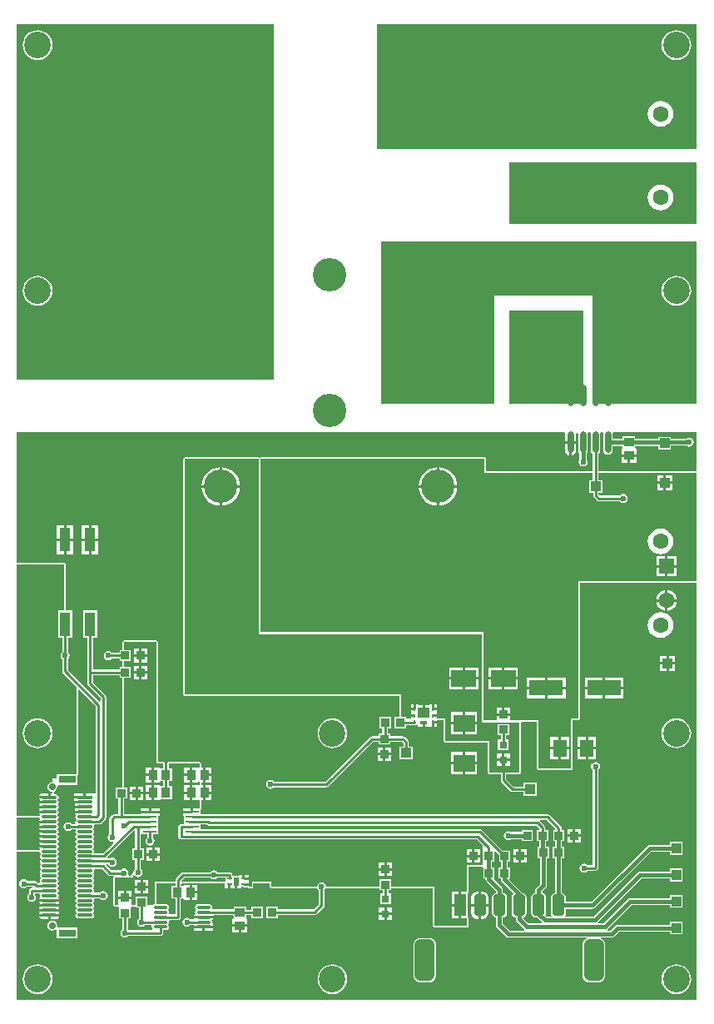
<source format=gtl>
G04*
G04 #@! TF.GenerationSoftware,Altium Limited,Altium Designer,18.1.7 (191)*
G04*
G04 Layer_Physical_Order=1*
G04 Layer_Color=255*
%FSLAX25Y25*%
%MOIN*%
G70*
G01*
G75*
%ADD15C,0.01000*%
%ADD17R,0.03150X0.03150*%
%ADD18R,0.03347X0.03347*%
%ADD19R,0.07087X0.03150*%
%ADD20R,0.06299X0.01181*%
%ADD21O,0.06299X0.01181*%
G04:AMPARAMS|DCode=22|XSize=47.24mil|YSize=86.61mil|CornerRadius=11.81mil|HoleSize=0mil|Usage=FLASHONLY|Rotation=0.000|XOffset=0mil|YOffset=0mil|HoleType=Round|Shape=RoundedRectangle|*
%AMROUNDEDRECTD22*
21,1,0.04724,0.06299,0,0,0.0*
21,1,0.02362,0.08661,0,0,0.0*
1,1,0.02362,0.01181,-0.03150*
1,1,0.02362,-0.01181,-0.03150*
1,1,0.02362,-0.01181,0.03150*
1,1,0.02362,0.01181,0.03150*
%
%ADD22ROUNDEDRECTD22*%
G04:AMPARAMS|DCode=23|XSize=78.74mil|YSize=165.35mil|CornerRadius=19.68mil|HoleSize=0mil|Usage=FLASHONLY|Rotation=0.000|XOffset=0mil|YOffset=0mil|HoleType=Round|Shape=RoundedRectangle|*
%AMROUNDEDRECTD23*
21,1,0.07874,0.12598,0,0,0.0*
21,1,0.03937,0.16535,0,0,0.0*
1,1,0.03937,0.01968,-0.06299*
1,1,0.03937,-0.01968,-0.06299*
1,1,0.03937,-0.01968,0.06299*
1,1,0.03937,0.01968,0.06299*
%
%ADD23ROUNDEDRECTD23*%
%ADD24R,0.04724X0.08661*%
%ADD25R,0.09843X0.06693*%
%ADD26R,0.04724X0.03937*%
%ADD27R,0.00984X0.01575*%
%ADD28R,0.03110X0.01181*%
%ADD29R,0.03347X0.03347*%
%ADD30O,0.02362X0.08661*%
%ADD31R,0.05906X0.07284*%
%ADD32R,0.08500X0.07000*%
%ADD33R,0.05512X0.01102*%
%ADD34R,0.05512X0.07087*%
%ADD35R,0.13583X0.06102*%
%ADD36R,0.03543X0.03937*%
%ADD37R,0.03937X0.03543*%
%ADD38R,0.04449X0.09606*%
%ADD39R,0.01968X0.00984*%
%ADD40R,0.01968X0.03386*%
%ADD41O,0.05709X0.01181*%
%ADD42R,0.05709X0.01181*%
%ADD79R,0.03937X0.03937*%
%ADD80R,0.03937X0.03937*%
%ADD81C,0.01500*%
%ADD82C,0.01575*%
%ADD83C,0.10630*%
%ADD84C,0.02756*%
%ADD85C,0.13386*%
%ADD86R,0.13386X0.13386*%
%ADD87C,0.06299*%
%ADD88R,0.06299X0.06299*%
%ADD89C,0.06000*%
%ADD90C,0.02362*%
G36*
X273959Y342126D02*
X145669Y342126D01*
X145669Y392070D01*
X273959D01*
Y342126D01*
D02*
G37*
G36*
X273959Y312205D02*
X198819D01*
Y337008D01*
X273959D01*
X273959Y312205D01*
D02*
G37*
G36*
X104331Y250000D02*
X1631D01*
Y392070D01*
X104331D01*
Y250000D01*
D02*
G37*
G36*
X273959Y240158D02*
X232283D01*
Y283465D01*
X192913D01*
Y240158D01*
X147638D01*
Y305118D01*
X273959D01*
Y240158D01*
D02*
G37*
G36*
X228346D02*
X198819D01*
Y277559D01*
X228346D01*
Y240158D01*
D02*
G37*
G36*
X273959Y213748D02*
X273867Y213248D01*
X234448D01*
Y220237D01*
X234611Y220346D01*
X235004Y220935D01*
X235143Y221630D01*
Y227929D01*
X235081Y228240D01*
X235483Y228740D01*
X236171D01*
X236573Y228240D01*
X236511Y227929D01*
Y221630D01*
X236649Y220935D01*
X237043Y220346D01*
X237632Y219952D01*
X238327Y219814D01*
X239022Y219952D01*
X239611Y220346D01*
X240004Y220935D01*
X240143Y221630D01*
Y223290D01*
X243788D01*
X244141Y222937D01*
X244141Y222403D01*
X243741Y222161D01*
X243741Y222092D01*
X243741Y222092D01*
Y219890D01*
X249678D01*
Y222092D01*
X249678Y222092D01*
Y222161D01*
X249278Y222403D01*
X249278Y222661D01*
Y223290D01*
X258455D01*
Y221841D01*
X263592D01*
Y223389D01*
X269777D01*
X270171Y223125D01*
X270866Y222987D01*
X271561Y223125D01*
X272150Y223519D01*
X272544Y224108D01*
X272682Y224803D01*
X272544Y225498D01*
X272150Y226087D01*
X271561Y226481D01*
X270866Y226619D01*
X270171Y226481D01*
X269777Y226218D01*
X263592D01*
Y226978D01*
X258455D01*
Y226119D01*
X249278D01*
Y227076D01*
X244141D01*
Y226119D01*
X240143D01*
Y227929D01*
X240081Y228240D01*
X240482Y228740D01*
X273959D01*
Y213748D01*
D02*
G37*
G36*
X231573Y228240D02*
X231511Y227929D01*
Y221630D01*
X231649Y220935D01*
X232043Y220346D01*
X232205Y220237D01*
Y213248D01*
X189626D01*
Y218110D01*
X189436Y218569D01*
X188976Y218760D01*
X99575Y218760D01*
X99075Y218760D01*
X98750Y218625D01*
X98425Y218760D01*
X68898D01*
X68438Y218569D01*
X68248Y218110D01*
X68248Y124016D01*
X68438Y123556D01*
X68898Y123366D01*
X154862D01*
Y114872D01*
X152911D01*
Y110325D01*
X157457D01*
Y111477D01*
X159833D01*
Y111408D01*
X162012D01*
Y110850D01*
X164067D01*
Y112441D01*
X165067D01*
Y110850D01*
X167122D01*
Y111008D01*
X167709D01*
Y112795D01*
X168209D01*
Y113295D01*
X169701D01*
Y113524D01*
X172579D01*
Y105118D01*
X172769Y104659D01*
X173228Y104469D01*
X190295D01*
Y92520D01*
X190486Y92061D01*
X190945Y91870D01*
X195335D01*
Y89370D01*
X195335Y89370D01*
X195421Y88941D01*
X195664Y88577D01*
X199207Y85034D01*
X199207Y85034D01*
X199571Y84791D01*
X200000Y84705D01*
X200000Y84705D01*
X204518D01*
Y83258D01*
X209655D01*
Y88395D01*
X204518D01*
Y86948D01*
X200465D01*
X197578Y89835D01*
Y91870D01*
X202756D01*
X203215Y92061D01*
X203405Y92520D01*
X203405Y112236D01*
X203848Y112736D01*
X209981Y112736D01*
X209981Y94095D01*
X210171Y93635D01*
X210630Y93445D01*
X223622D01*
X224081Y93635D01*
X224271Y94095D01*
Y113524D01*
X226378D01*
X226837Y113714D01*
X227027Y114173D01*
Y168642D01*
X273959D01*
X273959Y1631D01*
X1631D01*
Y60268D01*
X1631Y60768D01*
X10602D01*
X10886Y60559D01*
X11150Y60165D01*
Y59913D01*
X10886Y59520D01*
X10794Y59055D01*
X10886Y58591D01*
X11150Y58197D01*
Y57945D01*
X10886Y57551D01*
X10794Y57087D01*
X10886Y56622D01*
X11150Y56228D01*
Y55976D01*
X10886Y55583D01*
X10794Y55118D01*
X10886Y54654D01*
X11150Y54260D01*
Y54008D01*
X10886Y53614D01*
X10794Y53150D01*
X10886Y52685D01*
X11150Y52291D01*
Y52039D01*
X10886Y51646D01*
X10794Y51181D01*
X10886Y50717D01*
X11150Y50323D01*
Y50071D01*
X10886Y49677D01*
X10794Y49213D01*
X10863Y48866D01*
X10586Y48366D01*
X9913D01*
X9454Y48825D01*
X9091Y49068D01*
X8661Y49153D01*
X8661Y49153D01*
X5723D01*
X5615Y49316D01*
X5026Y49709D01*
X4331Y49847D01*
X3636Y49709D01*
X3047Y49316D01*
X2653Y48726D01*
X2515Y48031D01*
X2653Y47337D01*
X3047Y46747D01*
X3636Y46354D01*
X4331Y46216D01*
X5026Y46354D01*
X5615Y46747D01*
X5723Y46910D01*
X7674D01*
X7682Y46897D01*
X7542Y46551D01*
X7423Y46386D01*
X7051Y46312D01*
X6687Y46069D01*
X6444Y45705D01*
X6359Y45276D01*
Y43912D01*
X6196Y43804D01*
X5803Y43215D01*
X5664Y42520D01*
X5803Y41825D01*
X6196Y41236D01*
X6785Y40842D01*
X7480Y40704D01*
X8175Y40842D01*
X8764Y41236D01*
X9158Y41825D01*
X9296Y42520D01*
X9158Y43215D01*
X8864Y43654D01*
X9060Y44126D01*
X9086Y44154D01*
X10586D01*
X10863Y43654D01*
X10794Y43307D01*
X10886Y42843D01*
X11044Y42607D01*
X10861Y42485D01*
X10510Y41959D01*
X10486Y41839D01*
X18648D01*
X18624Y41959D01*
X18273Y42485D01*
X18090Y42607D01*
X18248Y42843D01*
X18340Y43307D01*
X18248Y43772D01*
X17984Y44165D01*
Y44417D01*
X18248Y44811D01*
X18340Y45276D01*
X18248Y45740D01*
X17984Y46134D01*
Y46386D01*
X18248Y46780D01*
X18340Y47244D01*
X18248Y47709D01*
X17984Y48102D01*
Y48354D01*
X18248Y48748D01*
X18340Y49213D01*
X18248Y49677D01*
X17984Y50071D01*
Y50323D01*
X18248Y50717D01*
X18340Y51181D01*
X18248Y51646D01*
X17984Y52039D01*
Y52291D01*
X18248Y52685D01*
X18340Y53150D01*
X18248Y53614D01*
X17984Y54008D01*
Y54260D01*
X18248Y54654D01*
X18340Y55118D01*
X18248Y55583D01*
X17984Y55976D01*
Y56228D01*
X18248Y56622D01*
X18340Y57087D01*
X18248Y57551D01*
X17984Y57945D01*
Y58197D01*
X18248Y58591D01*
X18340Y59055D01*
X18248Y59520D01*
X17984Y59913D01*
Y60165D01*
X18248Y60559D01*
X18340Y61024D01*
X18248Y61488D01*
X17984Y61882D01*
Y62134D01*
X18248Y62528D01*
X18340Y62992D01*
X18248Y63457D01*
X17984Y63850D01*
Y64102D01*
X18248Y64496D01*
X18340Y64961D01*
X18248Y65425D01*
X17984Y65819D01*
Y66071D01*
X18248Y66465D01*
X18340Y66929D01*
X18248Y67394D01*
X17984Y67787D01*
Y68039D01*
X18248Y68433D01*
X18340Y68898D01*
X18248Y69362D01*
X17984Y69756D01*
Y70008D01*
X18248Y70402D01*
X18340Y70866D01*
X18248Y71331D01*
X17984Y71724D01*
Y71976D01*
X18248Y72370D01*
X18340Y72835D01*
X18248Y73299D01*
X17984Y73693D01*
Y73945D01*
X18248Y74339D01*
X18340Y74803D01*
X18248Y75268D01*
X17984Y75661D01*
Y75913D01*
X18248Y76307D01*
X18340Y76772D01*
X18248Y77236D01*
X17984Y77630D01*
Y77882D01*
X18248Y78276D01*
X18340Y78740D01*
X18248Y79205D01*
X18146Y79357D01*
X18025Y79724D01*
X18146Y80092D01*
X18248Y80244D01*
X18340Y80709D01*
X18248Y81173D01*
X17984Y81567D01*
Y81819D01*
X18248Y82213D01*
X18340Y82677D01*
X18248Y83142D01*
X17984Y83535D01*
X17591Y83799D01*
X17126Y83891D01*
X16670D01*
X16398Y84299D01*
Y84794D01*
X16475Y84939D01*
X16520Y84948D01*
X17174Y85385D01*
X17611Y86039D01*
X17765Y86811D01*
X17709Y87089D01*
X18120Y87589D01*
X25797D01*
Y91375D01*
X26050Y91479D01*
X26240Y91939D01*
X26240Y125458D01*
X26702Y125649D01*
X33130Y119220D01*
Y84668D01*
X32890Y84268D01*
X29240D01*
Y82677D01*
X28740D01*
Y82177D01*
X24590D01*
Y81209D01*
X28740D01*
Y80209D01*
X24659D01*
X24683Y80088D01*
X24926Y79724D01*
X24683Y79361D01*
X24659Y79240D01*
X28740D01*
Y78240D01*
X24659D01*
X24683Y78119D01*
X24926Y77756D01*
X24683Y77392D01*
X24659Y77272D01*
X28740D01*
Y76272D01*
X24659D01*
X24683Y76151D01*
X25034Y75625D01*
X25217Y75503D01*
X25060Y75268D01*
X24967Y74803D01*
X25060Y74339D01*
X25323Y73945D01*
Y73693D01*
X25060Y73299D01*
X24967Y72835D01*
X25036Y72488D01*
X24759Y71988D01*
X23440D01*
X23331Y72150D01*
X22742Y72544D01*
X22047Y72682D01*
X21352Y72544D01*
X20763Y72150D01*
X20369Y71561D01*
X20231Y70866D01*
X20369Y70171D01*
X20763Y69582D01*
X21352Y69188D01*
X22047Y69050D01*
X22742Y69188D01*
X23331Y69582D01*
X23440Y69745D01*
X24760D01*
X25036Y69245D01*
X24967Y68898D01*
X25060Y68433D01*
X25323Y68039D01*
Y67787D01*
X25060Y67394D01*
X24967Y66929D01*
X25060Y66465D01*
X25323Y66071D01*
Y65819D01*
X25060Y65425D01*
X24967Y64961D01*
X25060Y64496D01*
X25323Y64102D01*
Y63850D01*
X25060Y63457D01*
X24967Y62992D01*
X25060Y62528D01*
X25323Y62134D01*
Y61882D01*
X25060Y61488D01*
X24967Y61024D01*
X25060Y60559D01*
X25323Y60165D01*
Y59913D01*
X25060Y59520D01*
X24967Y59055D01*
X25060Y58591D01*
X25323Y58197D01*
Y57945D01*
X25060Y57551D01*
X24967Y57087D01*
X25060Y56622D01*
X25323Y56228D01*
Y55976D01*
X25060Y55583D01*
X24967Y55118D01*
X25060Y54654D01*
X25323Y54260D01*
Y54008D01*
X25060Y53614D01*
X24967Y53150D01*
X25060Y52685D01*
X25323Y52291D01*
Y52039D01*
X25060Y51646D01*
X24967Y51181D01*
X25060Y50717D01*
X25323Y50323D01*
Y50071D01*
X25060Y49677D01*
X24967Y49213D01*
X25060Y48748D01*
X25323Y48354D01*
Y48102D01*
X25060Y47709D01*
X24967Y47244D01*
X25060Y46780D01*
X25323Y46386D01*
Y46134D01*
X25060Y45740D01*
X24967Y45276D01*
X25060Y44811D01*
X25323Y44417D01*
Y44165D01*
X25060Y43772D01*
X24967Y43307D01*
X25060Y42843D01*
X25323Y42449D01*
Y42197D01*
X25060Y41803D01*
X24967Y41339D01*
X25060Y40874D01*
X25323Y40480D01*
Y40228D01*
X25060Y39835D01*
X24967Y39370D01*
X25060Y38906D01*
X25323Y38512D01*
Y38260D01*
X25060Y37866D01*
X24967Y37402D01*
X25060Y36937D01*
X25323Y36543D01*
Y36291D01*
X25060Y35898D01*
X24967Y35433D01*
X25060Y34969D01*
X25323Y34575D01*
X25717Y34312D01*
X26181Y34219D01*
X31299D01*
X31764Y34312D01*
X32157Y34575D01*
X32421Y34969D01*
X32513Y35433D01*
X32421Y35898D01*
X32157Y36291D01*
Y36543D01*
X32421Y36937D01*
X32513Y37402D01*
X32421Y37866D01*
X32157Y38260D01*
Y38512D01*
X32421Y38906D01*
X32513Y39370D01*
X32421Y39835D01*
X32157Y40228D01*
Y40480D01*
X32421Y40874D01*
X32513Y41339D01*
X32444Y41686D01*
X32721Y42186D01*
X34828D01*
X34936Y42023D01*
X35526Y41629D01*
X36220Y41491D01*
X36915Y41629D01*
X37505Y42023D01*
X37898Y42612D01*
X38037Y43307D01*
X37898Y44002D01*
X37505Y44591D01*
X36915Y44985D01*
X36220Y45123D01*
X35526Y44985D01*
X34936Y44591D01*
X34828Y44429D01*
X32721D01*
X32444Y44929D01*
X32513Y45276D01*
X32421Y45740D01*
X32157Y46134D01*
Y46386D01*
X32421Y46780D01*
X32513Y47244D01*
X32421Y47709D01*
X32157Y48102D01*
Y48354D01*
X32421Y48748D01*
X32513Y49213D01*
X32421Y49677D01*
X32157Y50071D01*
Y50323D01*
X32421Y50717D01*
X32513Y51181D01*
X32421Y51646D01*
X32157Y52039D01*
Y52291D01*
X32421Y52685D01*
X32513Y53150D01*
X32444Y53496D01*
X32721Y53996D01*
X35756D01*
X38183Y51569D01*
X38183Y51569D01*
X38547Y51326D01*
X38976Y51241D01*
X38976Y51241D01*
X40001D01*
X40335Y50741D01*
X40295Y50645D01*
Y39370D01*
X40486Y38911D01*
X40945Y38721D01*
X41897D01*
X41936Y38737D01*
X41977Y38726D01*
X42161Y38830D01*
X42197Y38845D01*
X42592Y38493D01*
Y34046D01*
X43744D01*
Y29728D01*
X43598Y29631D01*
X43204Y29041D01*
X43066Y28346D01*
X43204Y27652D01*
X43598Y27062D01*
X44187Y26669D01*
X44882Y26531D01*
X45577Y26669D01*
X46166Y27062D01*
X46275Y27225D01*
X59055D01*
X59484Y27310D01*
X59848Y27553D01*
X60091Y27917D01*
X60177Y28346D01*
Y29495D01*
X61319D01*
X61783Y29587D01*
X62177Y29850D01*
X62440Y30244D01*
X62533Y30709D01*
X62440Y31173D01*
X62177Y31567D01*
Y31819D01*
X62440Y32213D01*
X62533Y32677D01*
X62464Y33024D01*
X62740Y33524D01*
X66142D01*
X66571Y33610D01*
X66935Y33853D01*
X67178Y34216D01*
X67263Y34646D01*
Y41682D01*
X67617Y42035D01*
X68148Y42035D01*
X68390Y41635D01*
X68460Y41635D01*
X68460Y41635D01*
X70661D01*
Y44604D01*
Y47572D01*
X68460D01*
X68460Y47572D01*
X68390D01*
X68148Y47172D01*
X67890Y47172D01*
X67263D01*
Y47820D01*
X67463Y48033D01*
X67757Y48169D01*
X84686D01*
Y46343D01*
X86170D01*
Y47835D01*
X87170D01*
Y46343D01*
X87501D01*
Y46323D01*
X88985D01*
Y49016D01*
X89985D01*
Y46323D01*
X91470D01*
Y46742D01*
X92201D01*
X92340Y46685D01*
X93743D01*
X93865Y46391D01*
X94324Y46201D01*
X95669D01*
X96128Y46391D01*
X96319Y46850D01*
Y48169D01*
X102894D01*
Y46850D01*
X103084Y46391D01*
X103543Y46201D01*
X121806D01*
X121836Y46213D01*
X121944Y46155D01*
X122338Y45566D01*
X122501Y45458D01*
Y39835D01*
X120402Y37736D01*
X106129D01*
Y38887D01*
X101582D01*
Y34341D01*
X106129D01*
Y35493D01*
X120866D01*
X120866Y35493D01*
X121295Y35578D01*
X121659Y35821D01*
X124415Y38577D01*
X124415Y38577D01*
X124658Y38941D01*
X124744Y39370D01*
X124744Y39370D01*
Y45458D01*
X124906Y45566D01*
X125300Y46155D01*
X125408Y46213D01*
X125438Y46201D01*
X146939Y46201D01*
Y45388D01*
X148091D01*
Y44104D01*
X147038D01*
Y39754D01*
X151387D01*
Y44104D01*
X150334D01*
Y45388D01*
X151486D01*
Y46201D01*
X168248D01*
Y31102D01*
X168438Y30643D01*
X168898Y30453D01*
X181890Y30453D01*
X182349Y30643D01*
X182539Y31102D01*
Y34039D01*
X182349Y34499D01*
X182096Y34603D01*
Y44137D01*
X182349Y44242D01*
X182539Y44701D01*
X182539Y54862D01*
X187977D01*
X188259Y54691D01*
X188376Y54400D01*
Y50072D01*
X189273D01*
Y49922D01*
X189378Y49395D01*
X189676Y48949D01*
X193505Y45120D01*
Y44297D01*
X193006Y44197D01*
X192417Y43804D01*
X192023Y43215D01*
X191885Y42520D01*
Y36220D01*
X192023Y35526D01*
X192417Y34936D01*
X193006Y34543D01*
X193505Y34443D01*
Y31496D01*
X193610Y30969D01*
X193909Y30523D01*
X197452Y26980D01*
X197898Y26681D01*
X198425Y26576D01*
X229632D01*
X229732Y26076D01*
X229413Y25944D01*
X228877Y25533D01*
X228465Y24996D01*
X228206Y24371D01*
X228118Y23701D01*
Y11102D01*
X228206Y10432D01*
X228465Y9807D01*
X228877Y9270D01*
X229413Y8859D01*
X230038Y8600D01*
X230709Y8512D01*
X234646D01*
X235316Y8600D01*
X235941Y8859D01*
X236478Y9270D01*
X236889Y9807D01*
X237148Y10432D01*
X237236Y11102D01*
Y23701D01*
X237148Y24371D01*
X236889Y24996D01*
X236478Y25533D01*
X235941Y25944D01*
X235623Y26076D01*
X235722Y26576D01*
X239764D01*
X240290Y26681D01*
X240737Y26980D01*
X242696Y28938D01*
X263179D01*
Y27746D01*
X268317D01*
Y32884D01*
X263179D01*
Y31691D01*
X242126D01*
X242126Y31691D01*
X241599Y31587D01*
X241153Y31288D01*
X241153Y31288D01*
X239194Y29329D01*
X238265D01*
X238173Y29462D01*
X238075Y29829D01*
X247814Y39568D01*
X263179D01*
Y38376D01*
X268317D01*
Y43513D01*
X263179D01*
Y42321D01*
X247244D01*
X246717Y42217D01*
X246271Y41918D01*
X236438Y32085D01*
X234328D01*
X234236Y32218D01*
X234138Y32585D01*
X251751Y50198D01*
X263179D01*
Y49006D01*
X268317D01*
Y54143D01*
X263179D01*
Y52951D01*
X251181D01*
X250654Y52846D01*
X250208Y52548D01*
X232501Y34841D01*
X221507D01*
X221239Y35341D01*
X221363Y35526D01*
X221501Y36220D01*
Y37994D01*
X232283D01*
X232810Y38098D01*
X233257Y38397D01*
X255688Y60828D01*
X263179D01*
Y59636D01*
X268317D01*
Y64773D01*
X263179D01*
Y63581D01*
X255118D01*
X255118Y63581D01*
X254591Y63476D01*
X254145Y63178D01*
X231713Y40747D01*
X221501D01*
Y42520D01*
X221363Y43215D01*
X220969Y43804D01*
X220380Y44197D01*
X219880Y44297D01*
Y58340D01*
X220777D01*
Y62886D01*
X219880D01*
Y65050D01*
X220892D01*
Y69596D01*
X219741D01*
Y70357D01*
X219655Y70786D01*
X219412Y71150D01*
X219412Y71150D01*
X214966Y75596D01*
X214602Y75839D01*
X214173Y75925D01*
X214173Y75925D01*
X75167D01*
Y77824D01*
X75262Y77864D01*
X75453Y78323D01*
Y81556D01*
X76173D01*
Y84525D01*
Y87493D01*
X75453D01*
Y88660D01*
X76173D01*
Y91628D01*
Y94596D01*
X75453D01*
Y96063D01*
X75262Y96522D01*
X74803Y96712D01*
X62440D01*
X61981Y96522D01*
X61791Y96063D01*
Y94596D01*
X60847D01*
Y96063D01*
X60657Y96522D01*
X60197Y96712D01*
X58130D01*
Y144882D01*
X57939Y145341D01*
X57480Y145531D01*
X44488D01*
X44029Y145341D01*
X43839Y144882D01*
Y141643D01*
X42707D01*
Y140492D01*
X39582D01*
X39473Y140654D01*
X38884Y141048D01*
X38189Y141186D01*
X37494Y141048D01*
X36905Y140654D01*
X36511Y140065D01*
X36373Y139370D01*
X36511Y138675D01*
X36905Y138086D01*
X37494Y137692D01*
X38189Y137554D01*
X38884Y137692D01*
X39473Y138086D01*
X39582Y138249D01*
X42707D01*
Y137097D01*
X43839D01*
Y134934D01*
X42707D01*
Y133782D01*
X31988D01*
Y146565D01*
X33691D01*
Y157372D01*
X28042D01*
Y146565D01*
X29745D01*
Y132677D01*
X29745Y132677D01*
X29745Y132677D01*
Y128189D01*
X29745Y128189D01*
X29830Y127760D01*
X30073Y127396D01*
X35099Y122370D01*
Y121131D01*
X34599Y120924D01*
X21988Y133535D01*
Y137977D01*
X22150Y138086D01*
X22544Y138675D01*
X22682Y139370D01*
X22544Y140065D01*
X22150Y140654D01*
X21988Y140763D01*
Y146565D01*
X23690D01*
Y157372D01*
X21122D01*
Y175984D01*
X20932Y176444D01*
X20472Y176634D01*
X1631Y176634D01*
X1631Y177096D01*
X1631Y228740D01*
X220870D01*
X221187Y228354D01*
X221103Y227929D01*
Y225279D01*
X225551D01*
Y227929D01*
X225487Y228251D01*
X225820Y228656D01*
X226240Y228654D01*
X226573Y228240D01*
X226511Y227929D01*
Y221630D01*
X226649Y220935D01*
X226932Y220512D01*
Y218018D01*
X226669Y217624D01*
X226531Y216929D01*
X226669Y216234D01*
X227062Y215645D01*
X227652Y215251D01*
X228346Y215113D01*
X229041Y215251D01*
X229631Y215645D01*
X230024Y216234D01*
X230162Y216929D01*
X230024Y217624D01*
X229761Y218018D01*
Y220571D01*
X230005Y220935D01*
X230143Y221630D01*
Y227929D01*
X230081Y228240D01*
X230483Y228740D01*
X231171D01*
X231573Y228240D01*
D02*
G37*
G36*
X57480Y96063D02*
X60197D01*
Y94550D01*
X59844Y94196D01*
X59017Y94196D01*
X58776Y94596D01*
X58706Y94596D01*
X58706Y94596D01*
X56504D01*
Y91628D01*
Y88660D01*
X58706D01*
X58706Y88660D01*
X58776D01*
X59017Y89060D01*
X59276Y89060D01*
X60197D01*
Y87447D01*
X59844Y87093D01*
X59017Y87093D01*
X58776Y87493D01*
X58706Y87493D01*
X58706Y87493D01*
X56504D01*
Y84525D01*
Y81556D01*
X58706D01*
X58706Y81556D01*
X58776D01*
X59017Y81956D01*
X59276Y81956D01*
X63691D01*
Y87093D01*
X62440D01*
Y89060D01*
X63691D01*
Y94196D01*
X62440D01*
Y96063D01*
X74803D01*
Y94550D01*
X74743Y94490D01*
X74189Y94498D01*
X74130Y94596D01*
X74060Y94596D01*
X74060Y94596D01*
X71858D01*
Y91628D01*
Y88660D01*
X74060D01*
X74060Y88660D01*
X74130D01*
X74189Y88758D01*
X74743Y88766D01*
X74803Y88706D01*
Y87447D01*
X74743Y87387D01*
X74189Y87395D01*
X74130Y87493D01*
X74060Y87493D01*
X74060Y87493D01*
X71858D01*
Y84525D01*
Y81556D01*
X74060D01*
X74060Y81556D01*
X74130D01*
X74189Y81654D01*
X74743Y81663D01*
X74803Y81603D01*
Y78323D01*
X72311D01*
Y76772D01*
X71811D01*
Y76272D01*
X68055D01*
Y75221D01*
X68455D01*
Y71988D01*
X67323D01*
X66894Y71902D01*
X66530Y71659D01*
X66287Y71295D01*
X66201Y70866D01*
X66201Y70866D01*
Y66929D01*
X66287Y66500D01*
X66530Y66136D01*
X66894Y65893D01*
X67323Y65808D01*
X69976D01*
X70472Y65748D01*
Y65748D01*
X185816Y65748D01*
X188189Y63375D01*
X188189Y61328D01*
X188180D01*
Y56782D01*
X188189D01*
Y55512D01*
X181890D01*
X181890Y44701D01*
X179634D01*
Y39370D01*
Y34039D01*
X181890D01*
Y31102D01*
X168898Y31102D01*
Y46850D01*
X151486D01*
Y49934D01*
X146939D01*
Y46850D01*
X125438Y46850D01*
X125438Y46850D01*
X125300Y47545D01*
X124906Y48134D01*
X124317Y48528D01*
X123622Y48666D01*
X122927Y48528D01*
X122338Y48134D01*
X121944Y47545D01*
X121806Y46850D01*
X121806Y46850D01*
X103543D01*
Y48819D01*
X95669D01*
Y46850D01*
X94324D01*
Y47335D01*
X92340D01*
Y48335D01*
X94324D01*
Y49697D01*
X92340D01*
Y50197D01*
X91840D01*
Y51689D01*
X90355D01*
Y51309D01*
X87901D01*
X87757Y51749D01*
X87706Y52004D01*
X87463Y52368D01*
X87099Y52611D01*
X86670Y52696D01*
X81920D01*
X81812Y52859D01*
X81222Y53253D01*
X80528Y53391D01*
X79833Y53253D01*
X79243Y52859D01*
X79135Y52696D01*
X68220D01*
X68220Y52696D01*
X67791Y52611D01*
X67427Y52368D01*
X67427Y52368D01*
X65349Y50290D01*
X65106Y49926D01*
X65020Y49497D01*
X65020Y49497D01*
Y48819D01*
X56693D01*
Y39777D01*
X56327Y39704D01*
X55933Y39441D01*
X55886Y39370D01*
X53848D01*
Y42923D01*
X49302D01*
Y39370D01*
X47833D01*
X47538Y39748D01*
X47538Y39870D01*
Y41921D01*
X42192D01*
Y39870D01*
X42192Y39748D01*
X41897Y39370D01*
X40945D01*
Y50645D01*
X43993D01*
X44488Y50546D01*
X44983Y50645D01*
X48031D01*
Y51448D01*
X48531Y51600D01*
X48814Y51177D01*
X49404Y50783D01*
X50098Y50645D01*
X50793Y50783D01*
X51382Y51177D01*
X51776Y51766D01*
X51914Y52461D01*
X51776Y53156D01*
X51382Y53745D01*
X51220Y53853D01*
Y57569D01*
X52372D01*
Y62116D01*
X51122D01*
Y67706D01*
X51605Y67747D01*
Y67747D01*
X53839D01*
Y66511D01*
X53676Y66402D01*
X53283Y65813D01*
X53145Y65118D01*
X53283Y64423D01*
X53676Y63834D01*
X54266Y63440D01*
X54961Y63302D01*
X55656Y63440D01*
X56245Y63834D01*
X56638Y64423D01*
X56777Y65118D01*
X56638Y65813D01*
X56245Y66402D01*
X56082Y66511D01*
Y67747D01*
X58316D01*
Y71684D01*
Y75221D01*
X58716D01*
Y76272D01*
X54961D01*
X51205D01*
Y75925D01*
X48031D01*
Y75984D01*
X44510Y75984D01*
Y82055D01*
X45662D01*
Y86601D01*
X44488D01*
Y130387D01*
X47254D01*
Y134934D01*
X44488D01*
Y137097D01*
X47254D01*
Y141643D01*
X44488D01*
Y144882D01*
X57480D01*
Y96063D01*
D02*
G37*
G36*
X188976Y212598D02*
X232205D01*
Y209655D01*
X230896D01*
Y204518D01*
X232343D01*
Y203543D01*
X232343Y203543D01*
X232428Y203114D01*
X232671Y202750D01*
X233853Y201569D01*
X233853Y201569D01*
X234216Y201326D01*
X234646Y201241D01*
X243095D01*
X243204Y201078D01*
X243793Y200684D01*
X244488Y200546D01*
X245183Y200684D01*
X245772Y201078D01*
X246166Y201667D01*
X246304Y202362D01*
X246166Y203057D01*
X245772Y203646D01*
X245183Y204040D01*
X244488Y204178D01*
X243793Y204040D01*
X243204Y203646D01*
X243095Y203484D01*
X235110D01*
X234586Y204008D01*
Y204518D01*
X236033D01*
Y209655D01*
X234448D01*
Y212598D01*
X273959D01*
X273959Y169291D01*
X226378D01*
Y114173D01*
X223622D01*
Y94095D01*
X210630D01*
X210630Y113386D01*
X199130Y113386D01*
Y115347D01*
X193783D01*
Y113386D01*
X188583D01*
X188583Y148819D01*
X99075Y148819D01*
X99075Y218110D01*
X99575Y218110D01*
X188976Y218110D01*
Y212598D01*
D02*
G37*
G36*
X98425Y148031D02*
X187795Y148031D01*
X187795Y112598D01*
X202756Y112598D01*
X202756Y92520D01*
X190945D01*
Y105118D01*
X173228D01*
Y114173D01*
X169701D01*
Y114854D01*
X168209D01*
Y115854D01*
X169701D01*
Y116126D01*
Y117413D01*
X168209D01*
Y117913D01*
X167709D01*
Y119701D01*
X166717D01*
Y119504D01*
X165067D01*
Y116535D01*
X164067D01*
Y119504D01*
X162417D01*
Y119701D01*
X161425D01*
Y117913D01*
X160925D01*
Y117413D01*
X159433D01*
Y116126D01*
Y115854D01*
X160925D01*
Y114854D01*
X159433D01*
Y114173D01*
X157457D01*
Y114872D01*
X155512D01*
Y124016D01*
X68898D01*
X68898Y218110D01*
X98425D01*
X98425Y148031D01*
D02*
G37*
G36*
X42707Y130387D02*
X43839D01*
Y86601D01*
X41116D01*
Y82055D01*
X42267D01*
Y75925D01*
X40551D01*
X40551Y75925D01*
X40122Y75839D01*
X39758Y75596D01*
X39758Y75596D01*
X38971Y74809D01*
X38728Y74445D01*
X38642Y74016D01*
X38642Y74016D01*
Y67928D01*
X38480Y67819D01*
X38086Y67230D01*
X37948Y66535D01*
X38086Y65841D01*
X38480Y65251D01*
X39069Y64858D01*
X39764Y64719D01*
X40040Y64774D01*
X40287Y64314D01*
X36150Y60177D01*
X32721D01*
X32444Y60677D01*
X32513Y61024D01*
X32421Y61488D01*
X32157Y61882D01*
Y62134D01*
X32421Y62528D01*
X32513Y62992D01*
X32421Y63457D01*
X32157Y63850D01*
Y64102D01*
X32421Y64496D01*
X32513Y64961D01*
X32421Y65425D01*
X32157Y65819D01*
Y66071D01*
X32421Y66465D01*
X32513Y66929D01*
X32421Y67394D01*
X32157Y67787D01*
Y68039D01*
X32421Y68433D01*
X32513Y68898D01*
X32421Y69362D01*
X32157Y69756D01*
Y70008D01*
X32421Y70402D01*
X32513Y70866D01*
X32444Y71213D01*
X32721Y71713D01*
X34646D01*
X34646Y71713D01*
X35075Y71798D01*
X35439Y72041D01*
X37014Y73616D01*
X37014Y73616D01*
X37257Y73980D01*
X37342Y74410D01*
Y122835D01*
X37342Y122835D01*
X37257Y123264D01*
X37014Y123628D01*
X37014Y123628D01*
X31988Y128654D01*
Y131539D01*
X42707D01*
Y130387D01*
D02*
G37*
G36*
X20472Y175984D02*
Y157372D01*
X18042D01*
Y146565D01*
X19745D01*
Y140763D01*
X19582Y140654D01*
X19188Y140065D01*
X19050Y139370D01*
X19188Y138675D01*
X19582Y138086D01*
X19745Y137977D01*
Y133071D01*
X19745Y133071D01*
X19830Y132642D01*
X20073Y132278D01*
X25591Y126760D01*
X25591Y91939D01*
X17510D01*
Y90158D01*
X15748D01*
Y88828D01*
X14976Y88674D01*
X14322Y88237D01*
X13885Y87583D01*
X13731Y86811D01*
X13885Y86039D01*
X14322Y85385D01*
X14976Y84948D01*
X15748Y84794D01*
Y84299D01*
X15067D01*
Y82677D01*
X14567D01*
Y82177D01*
X10486D01*
X10510Y82056D01*
X10753Y81693D01*
X10510Y81329D01*
X10486Y81209D01*
X14567D01*
Y80209D01*
X10486D01*
X10510Y80088D01*
X10753Y79724D01*
X10510Y79361D01*
X10486Y79240D01*
X14567D01*
Y78240D01*
X10486D01*
X10510Y78119D01*
X10753Y77756D01*
X10510Y77392D01*
X10486Y77272D01*
X14567D01*
Y76272D01*
X10486D01*
X10510Y76151D01*
X10861Y75625D01*
X10700Y75131D01*
X10602Y75059D01*
X1631D01*
X1631Y75559D01*
Y175984D01*
X20472Y175984D01*
D02*
G37*
G36*
X10732Y74195D02*
X10813Y73909D01*
X10510Y73455D01*
X10486Y73335D01*
X14567D01*
Y72335D01*
X10486D01*
X10510Y72214D01*
X10753Y71850D01*
X10510Y71487D01*
X10486Y71366D01*
X14567D01*
Y70366D01*
X10486D01*
X10510Y70245D01*
X10753Y69882D01*
X10510Y69518D01*
X10486Y69398D01*
X14567D01*
Y68398D01*
X10486D01*
X10510Y68277D01*
X10753Y67913D01*
X10510Y67550D01*
X10486Y67429D01*
X14567D01*
Y66429D01*
X10486D01*
X10510Y66308D01*
X10753Y65945D01*
X10510Y65581D01*
X10486Y65461D01*
X14567D01*
Y64461D01*
X10486D01*
X10510Y64340D01*
X10753Y63976D01*
X10510Y63613D01*
X10486Y63492D01*
X14567D01*
Y62492D01*
X10486D01*
X10510Y62371D01*
X10813Y61917D01*
X10731Y61631D01*
X10602Y61417D01*
X1631D01*
Y74410D01*
X10602D01*
X10732Y74195D01*
D02*
G37*
G36*
X48878Y69080D02*
Y62116D01*
X47825D01*
Y57569D01*
X48977D01*
Y53853D01*
X48814Y53745D01*
X48421Y53156D01*
X48282Y52461D01*
X48331Y52218D01*
X47843Y52070D01*
X47720Y51968D01*
X47572Y51907D01*
X47535Y51817D01*
X47459Y51754D01*
X47443Y51595D01*
X47382Y51448D01*
Y51294D01*
X46472D01*
X46191Y51794D01*
X46304Y52362D01*
X46166Y53057D01*
X45772Y53646D01*
X45183Y54040D01*
X44488Y54178D01*
X43793Y54040D01*
X43204Y53646D01*
X43095Y53484D01*
X39441D01*
X37460Y55465D01*
X37647Y55917D01*
X38129Y55934D01*
X38480Y55409D01*
X39069Y55015D01*
X39764Y54877D01*
X40459Y55015D01*
X41048Y55409D01*
X41442Y55998D01*
X41580Y56693D01*
X41442Y57388D01*
X41048Y57977D01*
X40459Y58371D01*
X39764Y58509D01*
X39069Y58371D01*
X38826Y58208D01*
X38060D01*
X37853Y58708D01*
X48417Y69271D01*
X48878Y69080D01*
D02*
G37*
G36*
X85086Y49105D02*
X84704Y48819D01*
X74803D01*
X67757D01*
X67550Y49319D01*
X68684Y50453D01*
X79135D01*
X79243Y50291D01*
X79833Y49897D01*
X80528Y49759D01*
X81222Y49897D01*
X81812Y50291D01*
X81920Y50453D01*
X85086D01*
Y49105D01*
D02*
G37*
G36*
X65020Y47172D02*
X63475D01*
Y42035D01*
X65020D01*
Y35767D01*
X62740D01*
X62464Y36267D01*
X62533Y36614D01*
X62440Y37079D01*
X62177Y37473D01*
Y37724D01*
X62440Y38118D01*
X62533Y38583D01*
X62440Y39047D01*
X62177Y39441D01*
X61783Y39704D01*
X61319Y39797D01*
X57342D01*
Y48169D01*
X65020D01*
Y47172D01*
D02*
G37*
G36*
X217294Y70096D02*
X217087Y69596D01*
X216346D01*
Y65050D01*
X217127D01*
Y62886D01*
X216231D01*
Y58340D01*
X217127D01*
Y44297D01*
X216628Y44197D01*
X216039Y43804D01*
X215645Y43215D01*
X215507Y42520D01*
Y36220D01*
X215645Y35526D01*
X215768Y35341D01*
X215501Y34841D01*
X213599D01*
X213290Y35228D01*
X213489Y35526D01*
X213627Y36220D01*
Y42520D01*
X213489Y43215D01*
X213095Y43804D01*
X212506Y44197D01*
X212006Y44297D01*
Y45099D01*
X213375Y46468D01*
X213375Y46468D01*
X213673Y46914D01*
X213778Y47441D01*
X213778Y47441D01*
Y58340D01*
X214675D01*
Y62886D01*
X213483D01*
Y65050D01*
X214380D01*
Y69596D01*
X213228D01*
Y70571D01*
X213142Y71000D01*
X212899Y71364D01*
X212899Y71364D01*
X211082Y73182D01*
X211114Y73398D01*
X211259Y73682D01*
X213709D01*
X217294Y70096D01*
D02*
G37*
G36*
X77652Y71648D02*
X78016Y71405D01*
X78445Y71319D01*
X78445Y71319D01*
X209772D01*
X210985Y70106D01*
Y69596D01*
X209833D01*
Y65050D01*
X210730D01*
Y62886D01*
X210128D01*
Y58340D01*
X211025D01*
Y48011D01*
X209657Y46643D01*
X209358Y46196D01*
X209254Y45669D01*
Y44297D01*
X208754Y44197D01*
X208165Y43804D01*
X207771Y43215D01*
X207633Y42520D01*
Y36220D01*
X207771Y35526D01*
X208165Y34936D01*
X208754Y34543D01*
X209449Y34405D01*
X210106D01*
X211925Y32585D01*
X211827Y32218D01*
X211735Y32085D01*
X206476D01*
X204545Y34016D01*
X204613Y34426D01*
X204688Y34580D01*
X205221Y34936D01*
X205615Y35526D01*
X205753Y36220D01*
Y42520D01*
X205615Y43215D01*
X205221Y43804D01*
X204632Y44197D01*
X203958Y44331D01*
X203729Y44674D01*
X198793Y49610D01*
X198984Y50072D01*
X199025D01*
Y54619D01*
X198128D01*
Y56782D01*
X199239D01*
Y61328D01*
X196236D01*
X187873Y69691D01*
X187510Y69934D01*
X187080Y70019D01*
X187080Y70019D01*
X75167D01*
Y71713D01*
X77587D01*
X77652Y71648D01*
D02*
G37*
G36*
X47569Y38830D02*
X47753Y38726D01*
X47794Y38737D01*
X47833Y38721D01*
X49302D01*
Y38376D01*
X50453D01*
Y34070D01*
X50291Y33961D01*
X49897Y33372D01*
X49759Y32677D01*
X49897Y31982D01*
X50291Y31393D01*
X50880Y30999D01*
X51575Y30861D01*
X52270Y30999D01*
X52859Y31393D01*
X52968Y31556D01*
X55370D01*
X55647Y31056D01*
X55577Y30709D01*
X55670Y30244D01*
X55854Y29968D01*
X55708Y29564D01*
X55633Y29468D01*
X46275D01*
X46166Y29631D01*
X45987Y29750D01*
Y34046D01*
X47138D01*
Y38493D01*
X47534Y38845D01*
X47569Y38830D01*
D02*
G37*
G36*
X194692Y59700D02*
Y56782D01*
X195376D01*
Y54619D01*
X194479D01*
Y50072D01*
X195376D01*
Y49705D01*
X195480Y49178D01*
X195779Y48731D01*
X200328Y44182D01*
X200291Y43804D01*
X199897Y43215D01*
X199759Y42520D01*
Y36220D01*
X199897Y35526D01*
X200291Y34936D01*
X200880Y34543D01*
X201379Y34443D01*
Y33858D01*
X201484Y33332D01*
X201783Y32885D01*
X204838Y29829D01*
X204741Y29462D01*
X204648Y29329D01*
X198995D01*
X196258Y32066D01*
Y34443D01*
X196758Y34543D01*
X197347Y34936D01*
X197741Y35526D01*
X197879Y36220D01*
Y42520D01*
X197741Y43215D01*
X197347Y43804D01*
X196758Y44197D01*
X196258Y44297D01*
Y45690D01*
X196154Y46217D01*
X195855Y46663D01*
X192783Y49735D01*
X192923Y50072D01*
X192923D01*
Y54619D01*
X191829D01*
Y56782D01*
X192726D01*
Y60959D01*
X193226Y61166D01*
X194692Y59700D01*
D02*
G37*
%LPC*%
G36*
X265748Y389802D02*
X264588Y389688D01*
X263474Y389349D01*
X262446Y388800D01*
X261545Y388061D01*
X260806Y387160D01*
X260257Y386133D01*
X259919Y385018D01*
X259804Y383858D01*
X259919Y382699D01*
X260257Y381584D01*
X260806Y380556D01*
X261545Y379656D01*
X262446Y378916D01*
X263474Y378367D01*
X264588Y378029D01*
X265748Y377915D01*
X266908Y378029D01*
X268022Y378367D01*
X269050Y378916D01*
X269951Y379656D01*
X270690Y380556D01*
X271239Y381584D01*
X271577Y382699D01*
X271691Y383858D01*
X271577Y385018D01*
X271239Y386133D01*
X270690Y387160D01*
X269951Y388061D01*
X269050Y388800D01*
X268022Y389349D01*
X266908Y389688D01*
X265748Y389802D01*
D02*
G37*
G36*
X259331Y361471D02*
X257992Y361295D01*
X256745Y360778D01*
X255674Y359956D01*
X254852Y358885D01*
X254335Y357638D01*
X254159Y356299D01*
X254335Y354961D01*
X254852Y353713D01*
X255674Y352642D01*
X256745Y351820D01*
X257992Y351304D01*
X259331Y351127D01*
X260669Y351304D01*
X261917Y351820D01*
X262988Y352642D01*
X263810Y353713D01*
X264326Y354961D01*
X264503Y356299D01*
X264326Y357638D01*
X263810Y358885D01*
X262988Y359956D01*
X261917Y360778D01*
X260669Y361295D01*
X259331Y361471D01*
D02*
G37*
G36*
Y328006D02*
X257992Y327830D01*
X256745Y327314D01*
X255674Y326492D01*
X254852Y325421D01*
X254335Y324173D01*
X254159Y322835D01*
X254335Y321496D01*
X254852Y320249D01*
X255674Y319178D01*
X256745Y318356D01*
X257992Y317839D01*
X259331Y317663D01*
X260669Y317839D01*
X261917Y318356D01*
X262988Y319178D01*
X263810Y320249D01*
X264326Y321496D01*
X264503Y322835D01*
X264326Y324173D01*
X263810Y325421D01*
X262988Y326492D01*
X261917Y327314D01*
X260669Y327830D01*
X259331Y328006D01*
D02*
G37*
G36*
X9843Y389802D02*
X8683Y389688D01*
X7568Y389349D01*
X6540Y388800D01*
X5640Y388061D01*
X4901Y387160D01*
X4351Y386133D01*
X4013Y385018D01*
X3899Y383858D01*
X4013Y382699D01*
X4351Y381584D01*
X4901Y380556D01*
X5640Y379656D01*
X6540Y378916D01*
X7568Y378367D01*
X8683Y378029D01*
X9843Y377915D01*
X11002Y378029D01*
X12117Y378367D01*
X13145Y378916D01*
X14045Y379656D01*
X14784Y380556D01*
X15334Y381584D01*
X15672Y382699D01*
X15786Y383858D01*
X15672Y385018D01*
X15334Y386133D01*
X14784Y387160D01*
X14045Y388061D01*
X13145Y388800D01*
X12117Y389349D01*
X11002Y389688D01*
X9843Y389802D01*
D02*
G37*
G36*
Y291377D02*
X8683Y291262D01*
X7568Y290924D01*
X6540Y290375D01*
X5640Y289636D01*
X4901Y288735D01*
X4351Y287708D01*
X4013Y286593D01*
X3899Y285433D01*
X4013Y284274D01*
X4351Y283159D01*
X4901Y282131D01*
X5640Y281230D01*
X6540Y280491D01*
X7568Y279942D01*
X8683Y279604D01*
X9843Y279489D01*
X11002Y279604D01*
X12117Y279942D01*
X13145Y280491D01*
X14045Y281230D01*
X14784Y282131D01*
X15334Y283159D01*
X15672Y284274D01*
X15786Y285433D01*
X15672Y286593D01*
X15334Y287708D01*
X14784Y288735D01*
X14045Y289636D01*
X13145Y290375D01*
X12117Y290924D01*
X11002Y291262D01*
X9843Y291377D01*
D02*
G37*
G36*
X265748D02*
X264588Y291262D01*
X263474Y290924D01*
X262446Y290375D01*
X261545Y289636D01*
X260806Y288735D01*
X260257Y287708D01*
X259919Y286593D01*
X259804Y285433D01*
X259919Y284274D01*
X260257Y283159D01*
X260806Y282131D01*
X261545Y281230D01*
X262446Y280491D01*
X263474Y279942D01*
X264588Y279604D01*
X265748Y279489D01*
X266908Y279604D01*
X268022Y279942D01*
X269050Y280491D01*
X269951Y281230D01*
X270690Y282131D01*
X271239Y283159D01*
X271577Y284274D01*
X271692Y285433D01*
X271577Y286593D01*
X271239Y287708D01*
X270690Y288735D01*
X269951Y289636D01*
X269050Y290375D01*
X268022Y290924D01*
X266908Y291262D01*
X265748Y291377D01*
D02*
G37*
G36*
X249678Y218890D02*
X247210D01*
Y216618D01*
X249678D01*
Y218890D01*
D02*
G37*
G36*
X246210D02*
X243741D01*
Y216618D01*
X246210D01*
Y218890D01*
D02*
G37*
G36*
X225551Y224279D02*
X223827D01*
Y219506D01*
X224178Y219575D01*
X224899Y220057D01*
X225381Y220779D01*
X225551Y221630D01*
Y224279D01*
D02*
G37*
G36*
X222827D02*
X221103D01*
Y221630D01*
X221272Y220779D01*
X221754Y220057D01*
X222476Y219575D01*
X222827Y219506D01*
Y224279D01*
D02*
G37*
G36*
X34091Y191630D02*
X31366D01*
Y186327D01*
X34091D01*
Y191630D01*
D02*
G37*
G36*
X30366D02*
X27642D01*
Y186327D01*
X30366D01*
Y191630D01*
D02*
G37*
G36*
X24091D02*
X21366D01*
Y186327D01*
X24091D01*
Y191630D01*
D02*
G37*
G36*
X20366D02*
X17642D01*
Y186327D01*
X20366D01*
Y191630D01*
D02*
G37*
G36*
X34091Y185327D02*
X31366D01*
Y180024D01*
X34091D01*
Y185327D01*
D02*
G37*
G36*
X30366D02*
X27642D01*
Y180024D01*
X30366D01*
Y185327D01*
D02*
G37*
G36*
X24091D02*
X21366D01*
Y180024D01*
X24091D01*
Y185327D01*
D02*
G37*
G36*
X20366D02*
X17642D01*
Y180024D01*
X20366D01*
Y185327D01*
D02*
G37*
G36*
X262311Y165537D02*
Y161917D01*
X265931D01*
X265854Y162501D01*
X265436Y163510D01*
X264771Y164377D01*
X263904Y165042D01*
X262894Y165460D01*
X262311Y165537D01*
D02*
G37*
G36*
X261311Y165537D02*
X260728Y165460D01*
X259718Y165042D01*
X258852Y164377D01*
X258186Y163510D01*
X257768Y162501D01*
X257691Y161917D01*
X261311D01*
Y165537D01*
D02*
G37*
G36*
X265931Y160917D02*
X262311D01*
Y157298D01*
X262894Y157375D01*
X263904Y157793D01*
X264771Y158458D01*
X265436Y159325D01*
X265854Y160334D01*
X265931Y160917D01*
D02*
G37*
G36*
X261311D02*
X257691D01*
X257768Y160334D01*
X258186Y159325D01*
X258852Y158458D01*
X259718Y157793D01*
X260728Y157375D01*
X261311Y157298D01*
Y160917D01*
D02*
G37*
G36*
X259331Y156747D02*
X257992Y156570D01*
X256745Y156054D01*
X255674Y155232D01*
X254852Y154161D01*
X254335Y152913D01*
X254159Y151575D01*
X254335Y150236D01*
X254852Y148989D01*
X255674Y147918D01*
X256745Y147096D01*
X257992Y146579D01*
X259331Y146403D01*
X260669Y146579D01*
X261917Y147096D01*
X262988Y147918D01*
X263810Y148989D01*
X264326Y150236D01*
X264503Y151575D01*
X264326Y152913D01*
X263810Y154161D01*
X262988Y155232D01*
X261917Y156054D01*
X260669Y156570D01*
X259331Y156747D01*
D02*
G37*
G36*
X265173Y139189D02*
X262705D01*
Y136721D01*
X265173D01*
Y139189D01*
D02*
G37*
G36*
X261705D02*
X259236D01*
Y136721D01*
X261705D01*
Y139189D01*
D02*
G37*
G36*
X265173Y135721D02*
X262705D01*
Y133252D01*
X265173D01*
Y135721D01*
D02*
G37*
G36*
X261705D02*
X259236D01*
Y133252D01*
X261705D01*
Y135721D01*
D02*
G37*
G36*
X244602Y130429D02*
X237311D01*
Y126878D01*
X244602D01*
Y130429D01*
D02*
G37*
G36*
X236311D02*
X229020D01*
Y126878D01*
X236311D01*
Y130429D01*
D02*
G37*
G36*
X244602Y125878D02*
X237311D01*
Y122327D01*
X244602D01*
Y125878D01*
D02*
G37*
G36*
X236311D02*
X229020D01*
Y122327D01*
X236311D01*
Y125878D01*
D02*
G37*
G36*
X169701Y112295D02*
X168709D01*
Y111008D01*
X169701D01*
Y112295D01*
D02*
G37*
G36*
X151355Y114872D02*
X146809D01*
Y110325D01*
X147960D01*
Y108260D01*
X146546D01*
Y107109D01*
X143782D01*
X143782Y107109D01*
X143353Y107023D01*
X142989Y106780D01*
X125126Y88917D01*
X104542D01*
X104434Y89079D01*
X103845Y89473D01*
X103150Y89611D01*
X102455Y89473D01*
X101865Y89079D01*
X101472Y88490D01*
X101334Y87795D01*
X101472Y87100D01*
X101865Y86511D01*
X102455Y86118D01*
X103150Y85979D01*
X103845Y86118D01*
X104434Y86511D01*
X104542Y86674D01*
X125591D01*
X125591Y86674D01*
X126020Y86759D01*
X126384Y87002D01*
X144247Y104866D01*
X146546D01*
Y103714D01*
X151092D01*
Y104866D01*
X155753D01*
X156359Y104260D01*
Y102962D01*
X154912D01*
Y97825D01*
X160049D01*
Y102962D01*
X158602D01*
Y104724D01*
X158517Y105154D01*
X158273Y105517D01*
X158273Y105517D01*
X157011Y106780D01*
X156647Y107023D01*
X156218Y107109D01*
X156218Y107109D01*
X151092D01*
Y108260D01*
X150203D01*
Y110325D01*
X151355D01*
Y114872D01*
D02*
G37*
G36*
X233579Y106905D02*
X230323D01*
Y102862D01*
X233579D01*
Y106905D01*
D02*
G37*
G36*
X229323D02*
X226067D01*
Y102862D01*
X229323D01*
Y106905D01*
D02*
G37*
G36*
X265748Y114211D02*
X264588Y114097D01*
X263474Y113759D01*
X262446Y113210D01*
X261545Y112470D01*
X260806Y111570D01*
X260257Y110542D01*
X259919Y109427D01*
X259804Y108268D01*
X259919Y107108D01*
X260257Y105993D01*
X260806Y104966D01*
X261545Y104065D01*
X262446Y103326D01*
X263474Y102777D01*
X264588Y102438D01*
X265748Y102324D01*
X266908Y102438D01*
X268022Y102777D01*
X269050Y103326D01*
X269951Y104065D01*
X270690Y104966D01*
X271239Y105993D01*
X271577Y107108D01*
X271692Y108268D01*
X271577Y109427D01*
X271239Y110542D01*
X270690Y111570D01*
X269951Y112470D01*
X269050Y113210D01*
X268022Y113759D01*
X266908Y114097D01*
X265748Y114211D01*
D02*
G37*
G36*
X127953D02*
X126793Y114097D01*
X125678Y113759D01*
X124651Y113210D01*
X123750Y112470D01*
X123011Y111570D01*
X122462Y110542D01*
X122123Y109427D01*
X122009Y108268D01*
X122123Y107108D01*
X122462Y105993D01*
X123011Y104966D01*
X123750Y104065D01*
X124651Y103326D01*
X125678Y102777D01*
X126793Y102438D01*
X127953Y102324D01*
X129112Y102438D01*
X130227Y102777D01*
X131255Y103326D01*
X132156Y104065D01*
X132895Y104966D01*
X133444Y105993D01*
X133782Y107108D01*
X133896Y108268D01*
X133782Y109427D01*
X133444Y110542D01*
X132895Y111570D01*
X132156Y112470D01*
X131255Y113210D01*
X130227Y113759D01*
X129112Y114097D01*
X127953Y114211D01*
D02*
G37*
G36*
X151492Y102558D02*
X149319D01*
Y100385D01*
X151492D01*
Y102558D01*
D02*
G37*
G36*
X148319D02*
X146146D01*
Y100385D01*
X148319D01*
Y102558D01*
D02*
G37*
G36*
X233579Y101862D02*
X230323D01*
Y97819D01*
X233579D01*
Y101862D01*
D02*
G37*
G36*
X229323D02*
X226067D01*
Y97819D01*
X229323D01*
Y101862D01*
D02*
G37*
G36*
X151492Y99385D02*
X149319D01*
Y97212D01*
X151492D01*
Y99385D01*
D02*
G37*
G36*
X148319D02*
X146146D01*
Y97212D01*
X148319D01*
Y99385D01*
D02*
G37*
G36*
X185959Y100705D02*
X181209D01*
Y96705D01*
X185959D01*
Y100705D01*
D02*
G37*
G36*
X180209D02*
X175459D01*
Y96705D01*
X180209D01*
Y100705D01*
D02*
G37*
G36*
X79445Y94596D02*
X77173D01*
Y92128D01*
X79445D01*
Y94596D01*
D02*
G37*
G36*
X185959Y95705D02*
X181209D01*
Y91705D01*
X185959D01*
Y95705D01*
D02*
G37*
G36*
X180209D02*
X175459D01*
Y91705D01*
X180209D01*
Y95705D01*
D02*
G37*
G36*
X79445Y91128D02*
X77173D01*
Y88660D01*
X79445D01*
Y91128D01*
D02*
G37*
G36*
Y87493D02*
X77173D01*
Y85025D01*
X79445D01*
Y87493D01*
D02*
G37*
G36*
X28240Y84268D02*
X24590D01*
Y83177D01*
X28240D01*
Y84268D01*
D02*
G37*
G36*
X79445Y84025D02*
X77173D01*
Y81556D01*
X79445D01*
Y84025D01*
D02*
G37*
G36*
X227395Y69996D02*
X225221D01*
Y67823D01*
X227395D01*
Y69996D01*
D02*
G37*
G36*
X224221D02*
X222048D01*
Y67823D01*
X224221D01*
Y69996D01*
D02*
G37*
G36*
X227395Y66823D02*
X225221D01*
Y64650D01*
X227395D01*
Y66823D01*
D02*
G37*
G36*
X224221D02*
X222048D01*
Y64650D01*
X224221D01*
Y66823D01*
D02*
G37*
G36*
X233327Y96836D02*
X232632Y96697D01*
X232043Y96304D01*
X231649Y95715D01*
X231511Y95020D01*
X231649Y94325D01*
X232043Y93736D01*
X232205Y93627D01*
Y55452D01*
X230133D01*
X230024Y55615D01*
X229435Y56008D01*
X228740Y56147D01*
X228045Y56008D01*
X227456Y55615D01*
X227062Y55026D01*
X226924Y54331D01*
X227062Y53636D01*
X227456Y53047D01*
X228045Y52653D01*
X228740Y52515D01*
X229435Y52653D01*
X230024Y53047D01*
X230133Y53209D01*
X233071D01*
X233071Y53209D01*
X233500Y53294D01*
X233864Y53538D01*
X234120Y53794D01*
X234120Y53794D01*
X234363Y54157D01*
X234448Y54587D01*
X234448Y54587D01*
Y93627D01*
X234611Y93736D01*
X235004Y94325D01*
X235143Y95020D01*
X235004Y95715D01*
X234611Y96304D01*
X234022Y96697D01*
X233327Y96836D01*
D02*
G37*
G36*
X73933Y47572D02*
X71661D01*
Y45104D01*
X73933D01*
Y47572D01*
D02*
G37*
G36*
Y44104D02*
X71661D01*
Y41635D01*
X73933D01*
Y44104D01*
D02*
G37*
G36*
X188189Y44743D02*
X187508D01*
Y39870D01*
X190413D01*
Y42520D01*
X190243Y43371D01*
X189761Y44092D01*
X189040Y44574D01*
X188189Y44743D01*
D02*
G37*
G36*
X186508D02*
X185827D01*
X184976Y44574D01*
X184254Y44092D01*
X183772Y43371D01*
X183603Y42520D01*
Y39870D01*
X186508D01*
Y44743D01*
D02*
G37*
G36*
X18648Y40839D02*
X10486D01*
X10510Y40718D01*
X10753Y40354D01*
X10510Y39991D01*
X10486Y39870D01*
X18648D01*
X18624Y39991D01*
X18381Y40354D01*
X18624Y40718D01*
X18648Y40839D01*
D02*
G37*
G36*
Y38870D02*
X10486D01*
X10510Y38750D01*
X10753Y38386D01*
X10510Y38022D01*
X10486Y37902D01*
X18648D01*
X18624Y38022D01*
X18381Y38386D01*
X18624Y38750D01*
X18648Y38870D01*
D02*
G37*
G36*
X151787Y38598D02*
X149713D01*
Y36524D01*
X151787D01*
Y38598D01*
D02*
G37*
G36*
X148713D02*
X146638D01*
Y36524D01*
X148713D01*
Y38598D01*
D02*
G37*
G36*
X18648Y36902D02*
X10486D01*
X10510Y36781D01*
X10753Y36417D01*
X10510Y36054D01*
X10486Y35933D01*
X18648D01*
X18624Y36054D01*
X18381Y36417D01*
X18624Y36781D01*
X18648Y36902D01*
D02*
G37*
G36*
X78642Y39797D02*
X74114D01*
X73650Y39704D01*
X73256Y39441D01*
X72993Y39047D01*
X72900Y38583D01*
X72993Y38118D01*
X73256Y37724D01*
Y37473D01*
X72993Y37079D01*
X72900Y36614D01*
X72993Y36150D01*
X73150Y35914D01*
X72967Y35792D01*
X72616Y35266D01*
X72592Y35146D01*
X76378D01*
X80301D01*
X80544Y35493D01*
X88023D01*
X88376Y35139D01*
X88376Y34214D01*
X87976Y33972D01*
X87976Y33903D01*
X87976Y33903D01*
Y31701D01*
X93913D01*
Y33903D01*
X93913Y33903D01*
Y33972D01*
X93513Y34214D01*
X93513Y34472D01*
Y35394D01*
X95480D01*
Y34341D01*
X100026D01*
Y38887D01*
X95480D01*
Y37637D01*
X93513D01*
Y38887D01*
X88376D01*
Y37736D01*
X80063D01*
X79787Y38236D01*
X79856Y38583D01*
X79763Y39047D01*
X79500Y39441D01*
X79106Y39704D01*
X78642Y39797D01*
D02*
G37*
G36*
X190413Y38870D02*
X187508D01*
Y33997D01*
X188189D01*
X189040Y34166D01*
X189761Y34648D01*
X190243Y35370D01*
X190413Y36220D01*
Y38870D01*
D02*
G37*
G36*
X186508D02*
X183603D01*
Y36220D01*
X183772Y35370D01*
X184254Y34648D01*
X184976Y34166D01*
X185827Y33997D01*
X186508D01*
Y38870D01*
D02*
G37*
G36*
X18648Y34933D02*
X15067D01*
Y33811D01*
X17126D01*
X17747Y33935D01*
X18273Y34286D01*
X18624Y34813D01*
X18648Y34933D01*
D02*
G37*
G36*
X14067D02*
X10486D01*
X10510Y34813D01*
X10861Y34286D01*
X11387Y33935D01*
X12008Y33811D01*
X14067D01*
Y34933D01*
D02*
G37*
G36*
X151787Y35524D02*
X149713D01*
Y33449D01*
X151787D01*
Y35524D01*
D02*
G37*
G36*
X148713D02*
X146638D01*
Y33449D01*
X148713D01*
Y35524D01*
D02*
G37*
G36*
X69685Y34493D02*
X68990Y34355D01*
X68401Y33961D01*
X68007Y33372D01*
X67869Y32677D01*
X68007Y31982D01*
X68401Y31393D01*
X68990Y30999D01*
X69685Y30861D01*
X70380Y30999D01*
X70969Y31393D01*
X71078Y31556D01*
X72524D01*
Y31209D01*
X76378D01*
X80232D01*
Y32299D01*
X80166D01*
X79856Y32677D01*
X79763Y33142D01*
X79606Y33377D01*
X79789Y33499D01*
X80140Y34025D01*
X80164Y34146D01*
X76378D01*
X72454D01*
X72212Y33799D01*
X71078D01*
X70969Y33961D01*
X70380Y34355D01*
X69685Y34493D01*
D02*
G37*
G36*
X80232Y30209D02*
X76878D01*
Y29118D01*
X80232D01*
Y30209D01*
D02*
G37*
G36*
X75878D02*
X72524D01*
Y29118D01*
X75878D01*
Y30209D01*
D02*
G37*
G36*
X93913Y30701D02*
X91445D01*
Y28429D01*
X93913D01*
Y30701D01*
D02*
G37*
G36*
X90445D02*
X87976D01*
Y28429D01*
X90445D01*
Y30701D01*
D02*
G37*
G36*
X15748Y33316D02*
X14976Y33162D01*
X14322Y32725D01*
X13885Y32071D01*
X13731Y31299D01*
X13885Y30527D01*
X14322Y29873D01*
X14976Y29436D01*
X15748Y29283D01*
X16520Y29436D01*
X17010Y29764D01*
X17510Y29545D01*
Y26172D01*
X25797D01*
Y30521D01*
X18120D01*
X17709Y31021D01*
X17765Y31299D01*
X17611Y32071D01*
X17174Y32725D01*
X16520Y33162D01*
X15748Y33316D01*
D02*
G37*
G36*
X166929Y26291D02*
X162992D01*
X162322Y26203D01*
X161697Y25944D01*
X161160Y25533D01*
X160749Y24996D01*
X160490Y24371D01*
X160401Y23701D01*
Y11102D01*
X160490Y10432D01*
X160749Y9807D01*
X161160Y9270D01*
X161697Y8859D01*
X162322Y8600D01*
X162992Y8512D01*
X166929D01*
X167600Y8600D01*
X168225Y8859D01*
X168761Y9270D01*
X169173Y9807D01*
X169431Y10432D01*
X169520Y11102D01*
Y23701D01*
X169431Y24371D01*
X169173Y24996D01*
X168761Y25533D01*
X168225Y25944D01*
X167600Y26203D01*
X166929Y26291D01*
D02*
G37*
G36*
X265748Y15786D02*
X264588Y15672D01*
X263474Y15334D01*
X262446Y14784D01*
X261545Y14045D01*
X260806Y13145D01*
X260257Y12117D01*
X259919Y11002D01*
X259804Y9843D01*
X259919Y8683D01*
X260257Y7568D01*
X260806Y6540D01*
X261545Y5640D01*
X262446Y4901D01*
X263474Y4351D01*
X264588Y4013D01*
X265748Y3899D01*
X266908Y4013D01*
X268022Y4351D01*
X269050Y4901D01*
X269951Y5640D01*
X270690Y6540D01*
X271239Y7568D01*
X271577Y8683D01*
X271692Y9843D01*
X271577Y11002D01*
X271239Y12117D01*
X270690Y13145D01*
X269951Y14045D01*
X269050Y14784D01*
X268022Y15334D01*
X266908Y15672D01*
X265748Y15786D01*
D02*
G37*
G36*
X127953D02*
X126793Y15672D01*
X125678Y15334D01*
X124651Y14784D01*
X123750Y14045D01*
X123011Y13145D01*
X122462Y12117D01*
X122123Y11002D01*
X122009Y9843D01*
X122123Y8683D01*
X122462Y7568D01*
X123011Y6540D01*
X123750Y5640D01*
X124651Y4901D01*
X125678Y4351D01*
X126793Y4013D01*
X127953Y3899D01*
X129112Y4013D01*
X130227Y4351D01*
X131255Y4901D01*
X132156Y5640D01*
X132895Y6540D01*
X133444Y7568D01*
X133782Y8683D01*
X133896Y9843D01*
X133782Y11002D01*
X133444Y12117D01*
X132895Y13145D01*
X132156Y14045D01*
X131255Y14784D01*
X130227Y15334D01*
X129112Y15672D01*
X127953Y15786D01*
D02*
G37*
G36*
X9843D02*
X8683Y15672D01*
X7568Y15334D01*
X6540Y14784D01*
X5640Y14045D01*
X4901Y13145D01*
X4351Y12117D01*
X4013Y11002D01*
X3899Y9843D01*
X4013Y8683D01*
X4351Y7568D01*
X4901Y6540D01*
X5640Y5640D01*
X6540Y4901D01*
X7568Y4351D01*
X8683Y4013D01*
X9843Y3899D01*
X11002Y4013D01*
X12117Y4351D01*
X13145Y4901D01*
X14045Y5640D01*
X14784Y6540D01*
X15334Y7568D01*
X15672Y8683D01*
X15786Y9843D01*
X15672Y11002D01*
X15334Y12117D01*
X14784Y13145D01*
X14045Y14045D01*
X13145Y14784D01*
X12117Y15334D01*
X11002Y15672D01*
X9843Y15786D01*
D02*
G37*
G36*
X53756Y142043D02*
X51583D01*
Y139870D01*
X53756D01*
Y142043D01*
D02*
G37*
G36*
X50583D02*
X48409D01*
Y139870D01*
X50583D01*
Y142043D01*
D02*
G37*
G36*
X53756Y138870D02*
X51583D01*
Y136697D01*
X53756D01*
Y138870D01*
D02*
G37*
G36*
X50583D02*
X48409D01*
Y136697D01*
X50583D01*
Y138870D01*
D02*
G37*
G36*
X53756Y135334D02*
X51583D01*
Y133160D01*
X53756D01*
Y135334D01*
D02*
G37*
G36*
X50583D02*
X48409D01*
Y133160D01*
X50583D01*
Y135334D01*
D02*
G37*
G36*
X53756Y132160D02*
X51583D01*
Y129987D01*
X53756D01*
Y132160D01*
D02*
G37*
G36*
X50583D02*
X48409D01*
Y129987D01*
X50583D01*
Y132160D01*
D02*
G37*
G36*
X55504Y94596D02*
X53232D01*
Y92128D01*
X55504D01*
Y94596D01*
D02*
G37*
G36*
X70858D02*
X68587D01*
Y92128D01*
X70858D01*
Y94596D01*
D02*
G37*
G36*
Y91128D02*
X68587D01*
Y88660D01*
X70858D01*
Y91128D01*
D02*
G37*
G36*
X55504Y91128D02*
X53232D01*
Y88660D01*
X55504D01*
Y91128D01*
D02*
G37*
G36*
X55504Y87493D02*
X53232D01*
Y85025D01*
X55504D01*
Y87493D01*
D02*
G37*
G36*
X70858D02*
X68587D01*
Y85025D01*
X70858D01*
Y87493D01*
D02*
G37*
G36*
X52164Y87001D02*
X49991D01*
Y84828D01*
X52164D01*
Y87001D01*
D02*
G37*
G36*
X48991D02*
X46818D01*
Y84828D01*
X48991D01*
Y87001D01*
D02*
G37*
G36*
X52164Y83828D02*
X49991D01*
Y81655D01*
X52164D01*
Y83828D01*
D02*
G37*
G36*
X48991D02*
X46818D01*
Y81655D01*
X48991D01*
Y83828D01*
D02*
G37*
G36*
X70858Y84025D02*
X68587D01*
Y81556D01*
X70858D01*
Y84025D01*
D02*
G37*
G36*
X55504Y84025D02*
X53232D01*
Y81556D01*
X55504D01*
Y84025D01*
D02*
G37*
G36*
X58716Y78323D02*
X55461D01*
Y77272D01*
X58716D01*
Y78323D01*
D02*
G37*
G36*
X71311D02*
X68055D01*
Y77272D01*
X71311D01*
Y78323D01*
D02*
G37*
G36*
X54461D02*
X51205D01*
Y77272D01*
X54461D01*
Y78323D01*
D02*
G37*
G36*
X58874Y62516D02*
X56701D01*
Y60343D01*
X58874D01*
Y62516D01*
D02*
G37*
G36*
X55701D02*
X53528D01*
Y60343D01*
X55701D01*
Y62516D01*
D02*
G37*
G36*
X187024Y61728D02*
X184850D01*
Y59555D01*
X187024D01*
Y61728D01*
D02*
G37*
G36*
X183850D02*
X181677D01*
Y59555D01*
X183850D01*
Y61728D01*
D02*
G37*
G36*
X58874Y59342D02*
X56701D01*
Y57169D01*
X58874D01*
Y59342D01*
D02*
G37*
G36*
X55701D02*
X53528D01*
Y57169D01*
X55701D01*
Y59342D01*
D02*
G37*
G36*
X187024Y58555D02*
X184850D01*
Y56382D01*
X187024D01*
Y58555D01*
D02*
G37*
G36*
X183850D02*
X181677D01*
Y56382D01*
X183850D01*
Y58555D01*
D02*
G37*
G36*
X151886Y56436D02*
X149713D01*
Y54263D01*
X151886D01*
Y56436D01*
D02*
G37*
G36*
X148713D02*
X146539D01*
Y54263D01*
X148713D01*
Y56436D01*
D02*
G37*
G36*
X151886Y53263D02*
X149713D01*
Y51090D01*
X151886D01*
Y53263D01*
D02*
G37*
G36*
X148713D02*
X146539D01*
Y51090D01*
X148713D01*
Y53263D01*
D02*
G37*
G36*
X94324Y51689D02*
X92840D01*
Y50697D01*
X94324D01*
Y51689D01*
D02*
G37*
G36*
X54248Y49425D02*
X52075D01*
Y47252D01*
X54248D01*
Y49425D01*
D02*
G37*
G36*
X51075D02*
X48902D01*
Y47252D01*
X51075D01*
Y49425D01*
D02*
G37*
G36*
X54248Y46252D02*
X52075D01*
Y44079D01*
X54248D01*
Y46252D01*
D02*
G37*
G36*
X51075D02*
X48902D01*
Y44079D01*
X51075D01*
Y46252D01*
D02*
G37*
G36*
X47538Y45094D02*
X45365D01*
Y42921D01*
X47538D01*
Y45094D01*
D02*
G37*
G36*
X44365D02*
X42192D01*
Y42921D01*
X44365D01*
Y45094D01*
D02*
G37*
G36*
X178634Y44701D02*
X175772D01*
Y39870D01*
X178634D01*
Y44701D01*
D02*
G37*
G36*
Y38870D02*
X175772D01*
Y34039D01*
X178634D01*
Y38870D01*
D02*
G37*
G36*
X263992Y211630D02*
X261524D01*
Y209161D01*
X263992D01*
Y211630D01*
D02*
G37*
G36*
X260524D02*
X258055D01*
Y209161D01*
X260524D01*
Y211630D01*
D02*
G37*
G36*
X170776Y214768D02*
Y207587D01*
X177956D01*
X177857Y208595D01*
X177417Y210045D01*
X176703Y211381D01*
X175742Y212553D01*
X174570Y213514D01*
X173234Y214228D01*
X171784Y214668D01*
X170776Y214768D01*
D02*
G37*
G36*
X169776D02*
X168767Y214668D01*
X167317Y214228D01*
X165981Y213514D01*
X164810Y212553D01*
X163848Y211381D01*
X163134Y210045D01*
X162694Y208595D01*
X162595Y207587D01*
X169776D01*
Y214768D01*
D02*
G37*
G36*
X263992Y208161D02*
X261524D01*
Y205693D01*
X263992D01*
Y208161D01*
D02*
G37*
G36*
X260524D02*
X258055D01*
Y205693D01*
X260524D01*
Y208161D01*
D02*
G37*
G36*
X177956Y206587D02*
X170776D01*
Y199406D01*
X171784Y199505D01*
X173234Y199945D01*
X174570Y200659D01*
X175742Y201621D01*
X176703Y202792D01*
X177417Y204128D01*
X177857Y205578D01*
X177956Y206587D01*
D02*
G37*
G36*
X169776D02*
X162595D01*
X162694Y205578D01*
X163134Y204128D01*
X163848Y202792D01*
X164810Y201621D01*
X165981Y200659D01*
X167317Y199945D01*
X168767Y199505D01*
X169776Y199406D01*
Y206587D01*
D02*
G37*
G36*
X259331Y190211D02*
X257992Y190035D01*
X256745Y189518D01*
X255674Y188696D01*
X254852Y187625D01*
X254335Y186378D01*
X254159Y185039D01*
X254335Y183701D01*
X254852Y182454D01*
X255674Y181382D01*
X256745Y180560D01*
X257992Y180044D01*
X259331Y179868D01*
X260669Y180044D01*
X261917Y180560D01*
X262988Y181382D01*
X263810Y182454D01*
X264326Y183701D01*
X264503Y185039D01*
X264326Y186378D01*
X263810Y187625D01*
X262988Y188696D01*
X261917Y189518D01*
X260669Y190035D01*
X259331Y190211D01*
D02*
G37*
G36*
X265961Y179347D02*
X262311D01*
Y175697D01*
X265961D01*
Y179347D01*
D02*
G37*
G36*
X261311D02*
X257661D01*
Y175697D01*
X261311D01*
Y179347D01*
D02*
G37*
G36*
X265961Y174697D02*
X262311D01*
Y171047D01*
X265961D01*
Y174697D01*
D02*
G37*
G36*
X261311D02*
X257661D01*
Y171047D01*
X261311D01*
Y174697D01*
D02*
G37*
G36*
X202256Y134661D02*
X196835D01*
Y130815D01*
X202256D01*
Y134661D01*
D02*
G37*
G36*
X195835D02*
X190414D01*
Y130815D01*
X195835D01*
Y134661D01*
D02*
G37*
G36*
X221374Y130429D02*
X214083D01*
Y126878D01*
X221374D01*
Y130429D01*
D02*
G37*
G36*
X213083D02*
X205791D01*
Y126878D01*
X213083D01*
Y130429D01*
D02*
G37*
G36*
X202256Y129815D02*
X196835D01*
Y125969D01*
X202256D01*
Y129815D01*
D02*
G37*
G36*
X195835D02*
X190414D01*
Y125969D01*
X195835D01*
Y129815D01*
D02*
G37*
G36*
X221374Y125878D02*
X214083D01*
Y122327D01*
X221374D01*
Y125878D01*
D02*
G37*
G36*
X213083D02*
X205791D01*
Y122327D01*
X213083D01*
Y125878D01*
D02*
G37*
G36*
X199130Y118520D02*
X196957D01*
Y116347D01*
X199130D01*
Y118520D01*
D02*
G37*
G36*
X195957D02*
X193783D01*
Y116347D01*
X195957D01*
Y118520D01*
D02*
G37*
G36*
X222752Y106905D02*
X219496D01*
Y102862D01*
X222752D01*
Y106905D01*
D02*
G37*
G36*
X218496D02*
X215240D01*
Y102862D01*
X218496D01*
Y106905D01*
D02*
G37*
G36*
X222752Y101862D02*
X219496D01*
Y97819D01*
X222752D01*
Y101862D01*
D02*
G37*
G36*
X218496D02*
X215240D01*
Y97819D01*
X218496D01*
Y101862D01*
D02*
G37*
G36*
X83768Y214768D02*
Y207587D01*
X90949D01*
X90849Y208595D01*
X90409Y210045D01*
X89695Y211381D01*
X88734Y212553D01*
X87562Y213514D01*
X86226Y214228D01*
X84776Y214668D01*
X83768Y214768D01*
D02*
G37*
G36*
X82768D02*
X81760Y214668D01*
X80309Y214228D01*
X78973Y213514D01*
X77802Y212553D01*
X76840Y211381D01*
X76126Y210045D01*
X75686Y208595D01*
X75587Y207587D01*
X82768D01*
Y214768D01*
D02*
G37*
G36*
X90949Y206587D02*
X83768D01*
Y199406D01*
X84776Y199505D01*
X86226Y199945D01*
X87562Y200659D01*
X88734Y201621D01*
X89695Y202792D01*
X90409Y204128D01*
X90849Y205578D01*
X90949Y206587D01*
D02*
G37*
G36*
X82768D02*
X75587D01*
X75686Y205578D01*
X76126Y204128D01*
X76840Y202792D01*
X77802Y201621D01*
X78973Y200659D01*
X80309Y199945D01*
X81760Y199505D01*
X82768Y199406D01*
Y206587D01*
D02*
G37*
G36*
X186509Y134661D02*
X181087D01*
Y130815D01*
X186509D01*
Y134661D01*
D02*
G37*
G36*
X180087D02*
X174666D01*
Y130815D01*
X180087D01*
Y134661D01*
D02*
G37*
G36*
X186509Y129815D02*
X181087D01*
Y125969D01*
X186509D01*
Y129815D01*
D02*
G37*
G36*
X180087D02*
X174666D01*
Y125969D01*
X180087D01*
Y129815D01*
D02*
G37*
G36*
X169701Y119701D02*
X168709D01*
Y118413D01*
X169701D01*
Y119701D01*
D02*
G37*
G36*
X160425D02*
X159433D01*
Y118413D01*
X160425D01*
Y119701D01*
D02*
G37*
G36*
X185959Y116705D02*
X181209D01*
Y112705D01*
X185959D01*
Y116705D01*
D02*
G37*
G36*
X180209D02*
X175459D01*
Y112705D01*
X180209D01*
Y116705D01*
D02*
G37*
G36*
X185959Y111705D02*
X181209D01*
Y107705D01*
X185959D01*
Y111705D01*
D02*
G37*
G36*
X180209D02*
X175459D01*
Y107705D01*
X180209D01*
Y111705D01*
D02*
G37*
G36*
X198730Y112017D02*
X194184D01*
Y107471D01*
X195335D01*
Y105718D01*
X194282D01*
Y101368D01*
X198632D01*
Y105718D01*
X197578D01*
Y107471D01*
X198730D01*
Y112017D01*
D02*
G37*
G36*
X199031Y100213D02*
X196957D01*
Y98138D01*
X199031D01*
Y100213D01*
D02*
G37*
G36*
X195957D02*
X193882D01*
Y98138D01*
X195957D01*
Y100213D01*
D02*
G37*
G36*
X199031Y97138D02*
X196957D01*
Y95063D01*
X199031D01*
Y97138D01*
D02*
G37*
G36*
X195957D02*
X193882D01*
Y95063D01*
X195957D01*
Y97138D01*
D02*
G37*
G36*
X9843Y114211D02*
X8683Y114097D01*
X7568Y113759D01*
X6540Y113210D01*
X5640Y112470D01*
X4901Y111570D01*
X4351Y110542D01*
X4013Y109427D01*
X3899Y108268D01*
X4013Y107108D01*
X4351Y105993D01*
X4901Y104966D01*
X5640Y104065D01*
X6540Y103326D01*
X7568Y102777D01*
X8683Y102438D01*
X9843Y102324D01*
X11002Y102438D01*
X12117Y102777D01*
X13145Y103326D01*
X14045Y104065D01*
X14784Y104966D01*
X15334Y105993D01*
X15672Y107108D01*
X15786Y108268D01*
X15672Y109427D01*
X15334Y110542D01*
X14784Y111570D01*
X14045Y112470D01*
X13145Y113210D01*
X12117Y113759D01*
X11002Y114097D01*
X9843Y114211D01*
D02*
G37*
G36*
X14067Y84299D02*
X12008D01*
X11387Y84175D01*
X10861Y83824D01*
X10510Y83298D01*
X10486Y83177D01*
X14067D01*
Y84299D01*
D02*
G37*
G36*
X208277Y69596D02*
X203731D01*
Y68737D01*
X199431D01*
X199037Y69001D01*
X198342Y69139D01*
X197647Y69001D01*
X197058Y68607D01*
X196664Y68018D01*
X196526Y67323D01*
X196664Y66628D01*
X197058Y66039D01*
X197647Y65645D01*
X198342Y65507D01*
X199037Y65645D01*
X199431Y65908D01*
X203731D01*
Y65050D01*
X208277D01*
Y69596D01*
D02*
G37*
G36*
X205741Y61728D02*
X203568D01*
Y59555D01*
X205741D01*
Y61728D01*
D02*
G37*
G36*
X202568D02*
X200395D01*
Y59555D01*
X202568D01*
Y61728D01*
D02*
G37*
G36*
X205741Y58555D02*
X203568D01*
Y56382D01*
X205741D01*
Y58555D01*
D02*
G37*
G36*
X202568D02*
X200395D01*
Y56382D01*
X202568D01*
Y58555D01*
D02*
G37*
%LPD*%
D15*
X66142Y34646D02*
Y49497D01*
X68220Y51575D02*
X80528D01*
X86670D01*
X187080Y68898D02*
X196423Y59555D01*
X71811Y68898D02*
X187080D01*
X196423Y59555D02*
X196466D01*
X149213Y41929D02*
Y47661D01*
X123622Y39370D02*
Y46850D01*
X78445Y72441D02*
X210236D01*
X78051Y72835D02*
X78445Y72441D01*
X210236D02*
X212106Y70571D01*
X71811Y74803D02*
X214173D01*
X218619Y70357D01*
X186252Y66898D02*
X190453Y62697D01*
X70589Y66898D02*
X186252D01*
X70557Y66929D02*
X70589Y66898D01*
X67323Y66929D02*
X70557D01*
X67323D02*
Y70866D01*
X218619Y67323D02*
Y70357D01*
X190453Y59055D02*
Y62697D01*
X71417Y68898D02*
X71811D01*
X67323Y70866D02*
X71811D01*
X67323Y70866D02*
X67323Y70866D01*
X196466Y59555D02*
X196966Y59055D01*
X70630Y72835D02*
X71811D01*
X78051D01*
X212106Y67323D02*
Y70571D01*
X46457Y72835D02*
X54961D01*
X44882Y71260D02*
X46457Y72835D01*
X44488Y71260D02*
X44882D01*
X39370Y57087D02*
X39764Y56693D01*
X28740Y57087D02*
X39370D01*
X50000Y60236D02*
Y70866D01*
X54961D01*
X50098Y52461D02*
Y59842D01*
X48425Y70866D02*
X50000D01*
X28740Y59055D02*
X36614D01*
X48425Y70866D01*
X28740Y74803D02*
X28740Y74803D01*
X33465D01*
X34252Y75590D01*
Y119685D01*
X28740Y72835D02*
X34646D01*
X36220Y74410D01*
Y122835D01*
X20866Y133071D02*
X34252Y119685D01*
X30866Y128189D02*
X36220Y122835D01*
X20866Y133071D02*
Y139370D01*
Y151969D01*
X38189Y139370D02*
X44980D01*
X30883Y132660D02*
X44980D01*
X30866Y132677D02*
X30883Y132660D01*
X30866Y128189D02*
Y132677D01*
Y151969D01*
X61319Y84525D02*
Y91628D01*
X28740Y55118D02*
X36220D01*
X38976Y52362D02*
X44488D01*
X36220Y55118D02*
X38976Y52362D01*
X54961Y65118D02*
Y68898D01*
X39764Y66535D02*
Y74016D01*
X40551Y74803D01*
X43389Y74885D02*
Y84328D01*
X43307Y74803D02*
X43389Y74885D01*
X40551Y74803D02*
X43307D01*
X54961D01*
X61319Y91628D02*
Y100000D01*
X70866D01*
X143782Y105987D02*
X148819D01*
X125591Y87795D02*
X143782Y105987D01*
X103150Y87795D02*
X125591D01*
X233327Y54587D02*
Y95020D01*
X228740Y54331D02*
X233071D01*
X233327Y54587D01*
X200000Y85827D02*
X207087D01*
X196457Y89370D02*
X200000Y85827D01*
X196457Y89370D02*
Y97638D01*
X149082Y106250D02*
Y112598D01*
X148819Y105987D02*
X149082Y106250D01*
X148819Y105987D02*
X156218D01*
X157480Y104724D01*
Y100394D02*
Y104724D01*
X155184Y112598D02*
X160728D01*
X160925Y112795D01*
X196457Y103543D02*
Y109744D01*
X234646Y202362D02*
X244488D01*
X233465Y203543D02*
X234646Y202362D01*
X233465Y203543D02*
Y207087D01*
X28740Y70866D02*
X28740Y70866D01*
X22047Y70866D02*
X28740D01*
X233327Y207224D02*
X233465Y207087D01*
X233327Y207224D02*
Y224780D01*
X86670Y50197D02*
Y51575D01*
X59055Y34646D02*
X66142D01*
X76378Y36614D02*
X90847D01*
X90945Y36516D01*
X97654D01*
X97753Y36614D01*
X103954D02*
X120866D01*
X123622Y39370D01*
X66142Y49497D02*
X68220Y51575D01*
X51575Y32677D02*
Y40650D01*
Y32677D02*
X59055D01*
Y28346D02*
Y30709D01*
X44882Y28346D02*
X59055D01*
X44865Y28363D02*
Y36319D01*
Y28363D02*
X44882Y28346D01*
X7480Y42520D02*
Y45276D01*
X14567D01*
X9449Y47244D02*
X14567D01*
X8661Y48031D02*
X9449Y47244D01*
X4331Y48031D02*
X8661D01*
X69685Y32677D02*
X76378D01*
X28740Y43307D02*
X36220D01*
X28740Y43307D02*
X28740Y43307D01*
D17*
X149213Y36024D02*
D03*
Y41929D02*
D03*
X196457Y103543D02*
D03*
Y97638D02*
D03*
D18*
X149213Y47661D02*
D03*
Y53763D02*
D03*
X148819Y105987D02*
D03*
Y99885D02*
D03*
X196457Y115847D02*
D03*
Y109744D02*
D03*
X44865Y42421D02*
D03*
Y36319D02*
D03*
X51575Y46752D02*
D03*
Y40650D02*
D03*
D19*
X21654Y28346D02*
D03*
Y89764D02*
D03*
D20*
X28740Y82677D02*
D03*
D21*
Y80709D02*
D03*
Y78740D02*
D03*
Y76772D02*
D03*
Y74803D02*
D03*
Y72835D02*
D03*
Y70866D02*
D03*
Y68898D02*
D03*
Y66929D02*
D03*
Y64961D02*
D03*
Y62992D02*
D03*
Y61024D02*
D03*
Y59055D02*
D03*
Y57087D02*
D03*
Y55118D02*
D03*
Y53150D02*
D03*
Y51181D02*
D03*
Y49213D02*
D03*
Y47244D02*
D03*
Y45276D02*
D03*
Y43307D02*
D03*
Y41339D02*
D03*
Y39370D02*
D03*
Y37402D02*
D03*
Y35433D02*
D03*
X14567D02*
D03*
Y37402D02*
D03*
Y39370D02*
D03*
Y41339D02*
D03*
Y43307D02*
D03*
Y45276D02*
D03*
Y47244D02*
D03*
Y49213D02*
D03*
Y51181D02*
D03*
Y53150D02*
D03*
Y55118D02*
D03*
Y57087D02*
D03*
Y59055D02*
D03*
Y61024D02*
D03*
Y62992D02*
D03*
Y64961D02*
D03*
Y66929D02*
D03*
Y68898D02*
D03*
Y70866D02*
D03*
Y72835D02*
D03*
Y74803D02*
D03*
Y76772D02*
D03*
Y78740D02*
D03*
Y80709D02*
D03*
Y82677D02*
D03*
D22*
X218504Y39370D02*
D03*
X210630D02*
D03*
X202756D02*
D03*
X194882D02*
D03*
X187008D02*
D03*
D23*
X232677Y17402D02*
D03*
X164961D02*
D03*
D24*
X179134Y39370D02*
D03*
D25*
X196335Y130315D02*
D03*
X180587D02*
D03*
D26*
X164567Y116535D02*
D03*
D27*
X168209Y117913D02*
D03*
Y115354D02*
D03*
Y112795D02*
D03*
X160925D02*
D03*
Y115354D02*
D03*
Y117913D02*
D03*
D28*
X164567Y112441D02*
D03*
D29*
X149082Y112598D02*
D03*
X155184D02*
D03*
X196752Y52346D02*
D03*
X190650D02*
D03*
X224722Y67323D02*
D03*
X218619D02*
D03*
X212106D02*
D03*
X206004D02*
D03*
X203068Y59055D02*
D03*
X196966D02*
D03*
X190453D02*
D03*
X184350D02*
D03*
X50098Y59842D02*
D03*
X56201D02*
D03*
X43389Y84328D02*
D03*
X49491D02*
D03*
X218504Y60613D02*
D03*
X212402D02*
D03*
X51083Y139370D02*
D03*
X44980D02*
D03*
X51083Y132660D02*
D03*
X44980D02*
D03*
X103855Y36614D02*
D03*
X97753D02*
D03*
D30*
X238327Y243677D02*
D03*
X233327D02*
D03*
X228327D02*
D03*
X223327D02*
D03*
X238327Y224780D02*
D03*
X233327D02*
D03*
X228327D02*
D03*
X223327D02*
D03*
D31*
X225492Y256775D02*
D03*
X235925D02*
D03*
X225492Y267421D02*
D03*
X235925D02*
D03*
D32*
X180709Y112205D02*
D03*
Y96205D02*
D03*
D33*
X71811Y68898D02*
D03*
Y70866D02*
D03*
Y72835D02*
D03*
Y74803D02*
D03*
Y76772D02*
D03*
X54961Y68898D02*
D03*
Y70866D02*
D03*
Y72835D02*
D03*
Y74803D02*
D03*
Y76772D02*
D03*
D34*
X218996Y102362D02*
D03*
X229823D02*
D03*
D35*
X213583Y126378D02*
D03*
X236811D02*
D03*
D36*
X76673Y84525D02*
D03*
X71358D02*
D03*
X76673Y91628D02*
D03*
X71358D02*
D03*
X61319D02*
D03*
X56004D02*
D03*
X61319Y84525D02*
D03*
X56004D02*
D03*
X65847Y44604D02*
D03*
X71161D02*
D03*
D37*
X246710Y224705D02*
D03*
Y219390D02*
D03*
X90945Y36516D02*
D03*
Y31201D02*
D03*
D38*
X30866Y185827D02*
D03*
Y151969D02*
D03*
X20866D02*
D03*
Y185827D02*
D03*
D39*
X86670Y50197D02*
D03*
Y47835D02*
D03*
X92340D02*
D03*
Y50197D02*
D03*
D40*
X89485Y49016D02*
D03*
D41*
X59055Y38583D02*
D03*
Y36614D02*
D03*
Y34646D02*
D03*
Y32677D02*
D03*
Y30709D02*
D03*
X76378Y38583D02*
D03*
Y36614D02*
D03*
Y34646D02*
D03*
Y32677D02*
D03*
D42*
Y30709D02*
D03*
D79*
X157480Y100394D02*
D03*
X265748Y62205D02*
D03*
Y51575D02*
D03*
Y40945D02*
D03*
Y30315D02*
D03*
X261024Y224410D02*
D03*
X207087Y85827D02*
D03*
X233465Y207087D02*
D03*
D80*
X261024Y208661D02*
D03*
X262205Y136221D02*
D03*
D81*
X196752Y49705D02*
X202756Y43701D01*
X247244Y40945D02*
X265748D01*
X196752Y52346D02*
Y58842D01*
X202756Y39370D02*
Y43701D01*
X237008Y30709D02*
X247244Y40945D01*
X202756Y33858D02*
X205906Y30709D01*
X237008D01*
X202756Y33858D02*
Y39370D01*
X196752Y58842D02*
X196966Y59055D01*
X196752Y49705D02*
Y52346D01*
X194882Y39370D02*
Y45690D01*
X190650Y49922D02*
X194882Y45690D01*
X190650Y49922D02*
Y52346D01*
X190453Y52542D02*
X190650Y52346D01*
X194882Y31496D02*
Y39370D01*
X242126Y30315D02*
X265748D01*
X239764Y27953D02*
X242126Y30315D01*
X194882Y31496D02*
X198425Y27953D01*
X239764D01*
X190453Y52542D02*
Y59055D01*
X255118Y62205D02*
X265748D01*
X218504Y67208D02*
X218619Y67323D01*
X218504Y60613D02*
Y67208D01*
X232283Y39370D02*
X255118Y62205D01*
X218504Y39370D02*
Y60613D01*
Y39370D02*
X232283D01*
X251181Y51575D02*
X265748D01*
X212106Y60909D02*
Y67323D01*
Y60909D02*
X212402Y60613D01*
X233071Y33465D02*
X251181Y51575D01*
X210630Y35827D02*
X212992Y33465D01*
X233071D01*
X212402Y47441D02*
Y60613D01*
X210630Y45669D02*
X212402Y47441D01*
X210630Y39370D02*
Y45669D01*
Y35827D02*
Y39370D01*
D82*
X261417Y224803D02*
X270866D01*
X261024Y224410D02*
X261417Y224803D01*
X238402Y224705D02*
X246710D01*
X238327Y224780D02*
X238402Y224705D01*
X246710D02*
X260728D01*
X261024Y224410D01*
X228346Y216929D02*
Y224760D01*
X228327Y224780D02*
X228346Y224760D01*
X198342Y67323D02*
X206004D01*
D83*
X265748Y108268D02*
D03*
X9843Y285433D02*
D03*
X265748D02*
D03*
X265748Y383858D02*
D03*
X265748Y9843D02*
D03*
X9843Y383858D02*
D03*
Y108268D02*
D03*
X127953D02*
D03*
Y9843D02*
D03*
X9843D02*
D03*
D84*
X15748Y31299D02*
D03*
Y86811D02*
D03*
D85*
X170276Y207087D02*
D03*
X83268D02*
D03*
Y270079D02*
D03*
X170276D02*
D03*
X126772Y237402D02*
D03*
Y291732D02*
D03*
X81890Y358268D02*
D03*
X163386D02*
D03*
D86*
X41378D02*
D03*
X203898D02*
D03*
D87*
X259331Y322835D02*
D03*
Y356299D02*
D03*
X261811Y332677D02*
D03*
X259331Y151575D02*
D03*
Y185039D02*
D03*
X261811Y161417D02*
D03*
D88*
Y346457D02*
D03*
Y175197D02*
D03*
D89*
X233071Y361024D02*
D03*
Y331102D02*
D03*
X251969Y263779D02*
D03*
D90*
X96457Y52756D02*
D03*
X80528Y51575D02*
D03*
X123622Y46850D02*
D03*
X44488Y71260D02*
D03*
X39764Y56693D02*
D03*
X50098Y52461D02*
D03*
X20866Y139370D02*
D03*
X38189D02*
D03*
X205512Y251969D02*
D03*
Y244094D02*
D03*
X212205Y259842D02*
D03*
X218504D02*
D03*
X205512D02*
D03*
X218504Y268110D02*
D03*
Y275590D02*
D03*
X205512Y268110D02*
D03*
X218504Y244094D02*
D03*
X218504Y251969D02*
D03*
X212205Y275590D02*
D03*
X205512D02*
D03*
X212205Y268110D02*
D03*
Y251969D02*
D03*
X246063Y332283D02*
D03*
X241732Y328346D02*
D03*
X246063Y324213D02*
D03*
X241732Y320472D02*
D03*
X246063Y316142D02*
D03*
X44488Y52362D02*
D03*
X54961Y65118D02*
D03*
X39764Y66535D02*
D03*
X7874Y72835D02*
D03*
X62205Y75984D02*
D03*
Y70472D02*
D03*
X7874Y68110D02*
D03*
Y62992D02*
D03*
X48031Y78740D02*
D03*
X70866Y100000D02*
D03*
X103150Y87795D02*
D03*
X233327Y95020D02*
D03*
X228740Y54331D02*
D03*
X175591Y59055D02*
D03*
X270866Y224803D02*
D03*
X228346Y216929D02*
D03*
X252362Y218110D02*
D03*
X258268D02*
D03*
X217717Y224803D02*
D03*
X223228Y216929D02*
D03*
X240945Y218110D02*
D03*
X244488Y202362D02*
D03*
X28740Y87402D02*
D03*
X22047Y38976D02*
D03*
Y44094D02*
D03*
X21654Y81102D02*
D03*
Y76378D02*
D03*
X186221Y48031D02*
D03*
X203150Y51575D02*
D03*
X208268D02*
D03*
X8268Y83858D02*
D03*
Y77953D02*
D03*
X3543D02*
D03*
Y83858D02*
D03*
Y89370D02*
D03*
X8268D02*
D03*
X18898Y174016D02*
D03*
Y168504D02*
D03*
Y162992D02*
D03*
X11811D02*
D03*
Y168504D02*
D03*
Y174016D02*
D03*
X122441Y172835D02*
D03*
X117323D02*
D03*
Y166535D02*
D03*
X122441Y166667D02*
D03*
X117323Y160630D02*
D03*
X122441Y160499D02*
D03*
X117323Y154331D02*
D03*
X122441D02*
D03*
X38976Y148425D02*
D03*
X50000D02*
D03*
X44882D02*
D03*
X63386Y122047D02*
D03*
Y114173D02*
D03*
X70079D02*
D03*
X212205Y244094D02*
D03*
X198342Y67323D02*
D03*
X22047Y70866D02*
D03*
X187008Y30315D02*
D03*
X82677Y91732D02*
D03*
Y84252D02*
D03*
X227559Y92126D02*
D03*
X242126Y133465D02*
D03*
X255512Y136221D02*
D03*
X248031Y126378D02*
D03*
X241732Y119291D02*
D03*
X51575Y32677D02*
D03*
X44882Y28346D02*
D03*
X7480Y42520D02*
D03*
X4331Y48031D02*
D03*
X69685Y32677D02*
D03*
X36220Y43307D02*
D03*
X40157Y21654D02*
D03*
X36220Y16535D02*
D03*
X28740D02*
D03*
M02*

</source>
